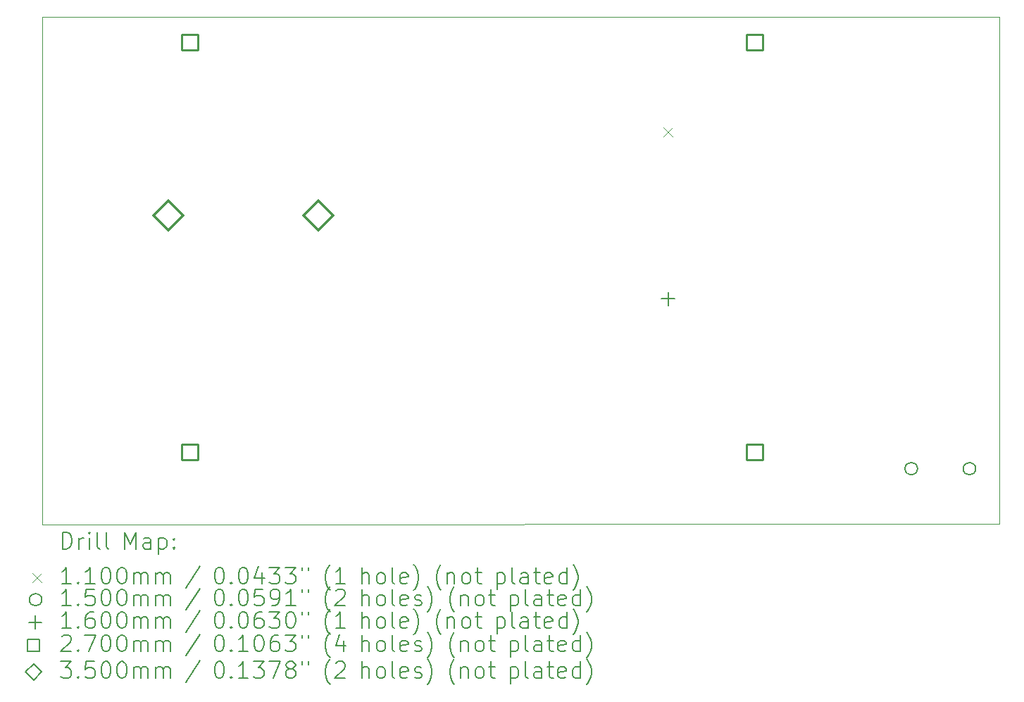
<source format=gbr>
%FSLAX45Y45*%
G04 Gerber Fmt 4.5, Leading zero omitted, Abs format (unit mm)*
G04 Created by KiCad (PCBNEW (6.99.0-1603-g82820d4b1c)) date 2022-06-17 10:58:50*
%MOMM*%
%LPD*%
G01*
G04 APERTURE LIST*
%TA.AperFunction,Profile*%
%ADD10C,0.050000*%
%TD*%
%ADD11C,0.200000*%
%ADD12C,0.110000*%
%ADD13C,0.150000*%
%ADD14C,0.160000*%
%ADD15C,0.270000*%
%ADD16C,0.350000*%
G04 APERTURE END LIST*
D10*
X21190000Y-13995000D02*
X21186420Y-7898400D01*
X21186420Y-7898400D02*
X9682500Y-7898400D01*
X9682020Y-13998600D02*
X9682500Y-7898400D01*
X9682020Y-13998600D02*
X21190000Y-13995000D01*
D11*
D12*
X17154500Y-9231000D02*
X17264500Y-9341000D01*
X17264500Y-9231000D02*
X17154500Y-9341000D01*
D13*
X20206500Y-13330000D02*
G75*
G03*
X20206500Y-13330000I-75000J0D01*
G01*
X20906500Y-13330000D02*
G75*
G03*
X20906500Y-13330000I-75000J0D01*
G01*
D14*
X17209500Y-11206000D02*
X17209500Y-11366000D01*
X17129500Y-11286000D02*
X17289500Y-11286000D01*
D15*
X11552660Y-8298660D02*
X11552660Y-8107740D01*
X11361740Y-8107740D01*
X11361740Y-8298660D01*
X11552660Y-8298660D01*
X11552660Y-13226260D02*
X11552660Y-13035340D01*
X11361740Y-13035340D01*
X11361740Y-13226260D01*
X11552660Y-13226260D01*
X18343860Y-8298660D02*
X18343860Y-8107740D01*
X18152940Y-8107740D01*
X18152940Y-8298660D01*
X18343860Y-8298660D01*
X18343860Y-13226260D02*
X18343860Y-13035340D01*
X18152940Y-13035340D01*
X18152940Y-13226260D01*
X18343860Y-13226260D01*
D16*
X11199900Y-10461000D02*
X11374900Y-10286000D01*
X11199900Y-10111000D01*
X11024900Y-10286000D01*
X11199900Y-10461000D01*
X13003300Y-10461000D02*
X13178300Y-10286000D01*
X13003300Y-10111000D01*
X12828300Y-10286000D01*
X13003300Y-10461000D01*
D11*
X9927139Y-14294576D02*
X9927139Y-14094576D01*
X9927139Y-14094576D02*
X9974758Y-14094576D01*
X9974758Y-14094576D02*
X10003330Y-14104100D01*
X10003330Y-14104100D02*
X10022377Y-14123148D01*
X10022377Y-14123148D02*
X10031901Y-14142195D01*
X10031901Y-14142195D02*
X10041425Y-14180290D01*
X10041425Y-14180290D02*
X10041425Y-14208862D01*
X10041425Y-14208862D02*
X10031901Y-14246957D01*
X10031901Y-14246957D02*
X10022377Y-14266005D01*
X10022377Y-14266005D02*
X10003330Y-14285052D01*
X10003330Y-14285052D02*
X9974758Y-14294576D01*
X9974758Y-14294576D02*
X9927139Y-14294576D01*
X10127139Y-14294576D02*
X10127139Y-14161243D01*
X10127139Y-14199338D02*
X10136663Y-14180290D01*
X10136663Y-14180290D02*
X10146187Y-14170767D01*
X10146187Y-14170767D02*
X10165234Y-14161243D01*
X10165234Y-14161243D02*
X10184282Y-14161243D01*
X10250949Y-14294576D02*
X10250949Y-14161243D01*
X10250949Y-14094576D02*
X10241425Y-14104100D01*
X10241425Y-14104100D02*
X10250949Y-14113624D01*
X10250949Y-14113624D02*
X10260472Y-14104100D01*
X10260472Y-14104100D02*
X10250949Y-14094576D01*
X10250949Y-14094576D02*
X10250949Y-14113624D01*
X10374758Y-14294576D02*
X10355710Y-14285052D01*
X10355710Y-14285052D02*
X10346187Y-14266005D01*
X10346187Y-14266005D02*
X10346187Y-14094576D01*
X10479520Y-14294576D02*
X10460472Y-14285052D01*
X10460472Y-14285052D02*
X10450949Y-14266005D01*
X10450949Y-14266005D02*
X10450949Y-14094576D01*
X10675710Y-14294576D02*
X10675710Y-14094576D01*
X10675710Y-14094576D02*
X10742377Y-14237433D01*
X10742377Y-14237433D02*
X10809044Y-14094576D01*
X10809044Y-14094576D02*
X10809044Y-14294576D01*
X10989996Y-14294576D02*
X10989996Y-14189814D01*
X10989996Y-14189814D02*
X10980472Y-14170767D01*
X10980472Y-14170767D02*
X10961425Y-14161243D01*
X10961425Y-14161243D02*
X10923329Y-14161243D01*
X10923329Y-14161243D02*
X10904282Y-14170767D01*
X10989996Y-14285052D02*
X10970949Y-14294576D01*
X10970949Y-14294576D02*
X10923329Y-14294576D01*
X10923329Y-14294576D02*
X10904282Y-14285052D01*
X10904282Y-14285052D02*
X10894758Y-14266005D01*
X10894758Y-14266005D02*
X10894758Y-14246957D01*
X10894758Y-14246957D02*
X10904282Y-14227909D01*
X10904282Y-14227909D02*
X10923329Y-14218386D01*
X10923329Y-14218386D02*
X10970949Y-14218386D01*
X10970949Y-14218386D02*
X10989996Y-14208862D01*
X11085234Y-14161243D02*
X11085234Y-14361243D01*
X11085234Y-14170767D02*
X11104282Y-14161243D01*
X11104282Y-14161243D02*
X11142377Y-14161243D01*
X11142377Y-14161243D02*
X11161425Y-14170767D01*
X11161425Y-14170767D02*
X11170949Y-14180290D01*
X11170949Y-14180290D02*
X11180472Y-14199338D01*
X11180472Y-14199338D02*
X11180472Y-14256481D01*
X11180472Y-14256481D02*
X11170949Y-14275528D01*
X11170949Y-14275528D02*
X11161425Y-14285052D01*
X11161425Y-14285052D02*
X11142377Y-14294576D01*
X11142377Y-14294576D02*
X11104282Y-14294576D01*
X11104282Y-14294576D02*
X11085234Y-14285052D01*
X11266187Y-14275528D02*
X11275710Y-14285052D01*
X11275710Y-14285052D02*
X11266187Y-14294576D01*
X11266187Y-14294576D02*
X11256663Y-14285052D01*
X11256663Y-14285052D02*
X11266187Y-14275528D01*
X11266187Y-14275528D02*
X11266187Y-14294576D01*
X11266187Y-14170767D02*
X11275710Y-14180290D01*
X11275710Y-14180290D02*
X11266187Y-14189814D01*
X11266187Y-14189814D02*
X11256663Y-14180290D01*
X11256663Y-14180290D02*
X11266187Y-14170767D01*
X11266187Y-14170767D02*
X11266187Y-14189814D01*
D12*
X9569520Y-14586100D02*
X9679520Y-14696100D01*
X9679520Y-14586100D02*
X9569520Y-14696100D01*
D11*
X10031901Y-14714576D02*
X9917615Y-14714576D01*
X9974758Y-14714576D02*
X9974758Y-14514576D01*
X9974758Y-14514576D02*
X9955710Y-14543148D01*
X9955710Y-14543148D02*
X9936663Y-14562195D01*
X9936663Y-14562195D02*
X9917615Y-14571719D01*
X10117615Y-14695528D02*
X10127139Y-14705052D01*
X10127139Y-14705052D02*
X10117615Y-14714576D01*
X10117615Y-14714576D02*
X10108091Y-14705052D01*
X10108091Y-14705052D02*
X10117615Y-14695528D01*
X10117615Y-14695528D02*
X10117615Y-14714576D01*
X10317615Y-14714576D02*
X10203330Y-14714576D01*
X10260472Y-14714576D02*
X10260472Y-14514576D01*
X10260472Y-14514576D02*
X10241425Y-14543148D01*
X10241425Y-14543148D02*
X10222377Y-14562195D01*
X10222377Y-14562195D02*
X10203330Y-14571719D01*
X10441425Y-14514576D02*
X10460472Y-14514576D01*
X10460472Y-14514576D02*
X10479520Y-14524100D01*
X10479520Y-14524100D02*
X10489044Y-14533624D01*
X10489044Y-14533624D02*
X10498568Y-14552671D01*
X10498568Y-14552671D02*
X10508091Y-14590767D01*
X10508091Y-14590767D02*
X10508091Y-14638386D01*
X10508091Y-14638386D02*
X10498568Y-14676481D01*
X10498568Y-14676481D02*
X10489044Y-14695528D01*
X10489044Y-14695528D02*
X10479520Y-14705052D01*
X10479520Y-14705052D02*
X10460472Y-14714576D01*
X10460472Y-14714576D02*
X10441425Y-14714576D01*
X10441425Y-14714576D02*
X10422377Y-14705052D01*
X10422377Y-14705052D02*
X10412853Y-14695528D01*
X10412853Y-14695528D02*
X10403330Y-14676481D01*
X10403330Y-14676481D02*
X10393806Y-14638386D01*
X10393806Y-14638386D02*
X10393806Y-14590767D01*
X10393806Y-14590767D02*
X10403330Y-14552671D01*
X10403330Y-14552671D02*
X10412853Y-14533624D01*
X10412853Y-14533624D02*
X10422377Y-14524100D01*
X10422377Y-14524100D02*
X10441425Y-14514576D01*
X10631901Y-14514576D02*
X10650949Y-14514576D01*
X10650949Y-14514576D02*
X10669996Y-14524100D01*
X10669996Y-14524100D02*
X10679520Y-14533624D01*
X10679520Y-14533624D02*
X10689044Y-14552671D01*
X10689044Y-14552671D02*
X10698568Y-14590767D01*
X10698568Y-14590767D02*
X10698568Y-14638386D01*
X10698568Y-14638386D02*
X10689044Y-14676481D01*
X10689044Y-14676481D02*
X10679520Y-14695528D01*
X10679520Y-14695528D02*
X10669996Y-14705052D01*
X10669996Y-14705052D02*
X10650949Y-14714576D01*
X10650949Y-14714576D02*
X10631901Y-14714576D01*
X10631901Y-14714576D02*
X10612853Y-14705052D01*
X10612853Y-14705052D02*
X10603330Y-14695528D01*
X10603330Y-14695528D02*
X10593806Y-14676481D01*
X10593806Y-14676481D02*
X10584282Y-14638386D01*
X10584282Y-14638386D02*
X10584282Y-14590767D01*
X10584282Y-14590767D02*
X10593806Y-14552671D01*
X10593806Y-14552671D02*
X10603330Y-14533624D01*
X10603330Y-14533624D02*
X10612853Y-14524100D01*
X10612853Y-14524100D02*
X10631901Y-14514576D01*
X10784282Y-14714576D02*
X10784282Y-14581243D01*
X10784282Y-14600290D02*
X10793806Y-14590767D01*
X10793806Y-14590767D02*
X10812853Y-14581243D01*
X10812853Y-14581243D02*
X10841425Y-14581243D01*
X10841425Y-14581243D02*
X10860472Y-14590767D01*
X10860472Y-14590767D02*
X10869996Y-14609814D01*
X10869996Y-14609814D02*
X10869996Y-14714576D01*
X10869996Y-14609814D02*
X10879520Y-14590767D01*
X10879520Y-14590767D02*
X10898568Y-14581243D01*
X10898568Y-14581243D02*
X10927139Y-14581243D01*
X10927139Y-14581243D02*
X10946187Y-14590767D01*
X10946187Y-14590767D02*
X10955711Y-14609814D01*
X10955711Y-14609814D02*
X10955711Y-14714576D01*
X11050949Y-14714576D02*
X11050949Y-14581243D01*
X11050949Y-14600290D02*
X11060472Y-14590767D01*
X11060472Y-14590767D02*
X11079520Y-14581243D01*
X11079520Y-14581243D02*
X11108092Y-14581243D01*
X11108092Y-14581243D02*
X11127139Y-14590767D01*
X11127139Y-14590767D02*
X11136663Y-14609814D01*
X11136663Y-14609814D02*
X11136663Y-14714576D01*
X11136663Y-14609814D02*
X11146187Y-14590767D01*
X11146187Y-14590767D02*
X11165234Y-14581243D01*
X11165234Y-14581243D02*
X11193806Y-14581243D01*
X11193806Y-14581243D02*
X11212853Y-14590767D01*
X11212853Y-14590767D02*
X11222377Y-14609814D01*
X11222377Y-14609814D02*
X11222377Y-14714576D01*
X11580472Y-14505052D02*
X11409044Y-14762195D01*
X11805234Y-14514576D02*
X11824282Y-14514576D01*
X11824282Y-14514576D02*
X11843330Y-14524100D01*
X11843330Y-14524100D02*
X11852853Y-14533624D01*
X11852853Y-14533624D02*
X11862377Y-14552671D01*
X11862377Y-14552671D02*
X11871901Y-14590767D01*
X11871901Y-14590767D02*
X11871901Y-14638386D01*
X11871901Y-14638386D02*
X11862377Y-14676481D01*
X11862377Y-14676481D02*
X11852853Y-14695528D01*
X11852853Y-14695528D02*
X11843330Y-14705052D01*
X11843330Y-14705052D02*
X11824282Y-14714576D01*
X11824282Y-14714576D02*
X11805234Y-14714576D01*
X11805234Y-14714576D02*
X11786187Y-14705052D01*
X11786187Y-14705052D02*
X11776663Y-14695528D01*
X11776663Y-14695528D02*
X11767139Y-14676481D01*
X11767139Y-14676481D02*
X11757615Y-14638386D01*
X11757615Y-14638386D02*
X11757615Y-14590767D01*
X11757615Y-14590767D02*
X11767139Y-14552671D01*
X11767139Y-14552671D02*
X11776663Y-14533624D01*
X11776663Y-14533624D02*
X11786187Y-14524100D01*
X11786187Y-14524100D02*
X11805234Y-14514576D01*
X11957615Y-14695528D02*
X11967139Y-14705052D01*
X11967139Y-14705052D02*
X11957615Y-14714576D01*
X11957615Y-14714576D02*
X11948091Y-14705052D01*
X11948091Y-14705052D02*
X11957615Y-14695528D01*
X11957615Y-14695528D02*
X11957615Y-14714576D01*
X12090949Y-14514576D02*
X12109996Y-14514576D01*
X12109996Y-14514576D02*
X12129044Y-14524100D01*
X12129044Y-14524100D02*
X12138568Y-14533624D01*
X12138568Y-14533624D02*
X12148091Y-14552671D01*
X12148091Y-14552671D02*
X12157615Y-14590767D01*
X12157615Y-14590767D02*
X12157615Y-14638386D01*
X12157615Y-14638386D02*
X12148091Y-14676481D01*
X12148091Y-14676481D02*
X12138568Y-14695528D01*
X12138568Y-14695528D02*
X12129044Y-14705052D01*
X12129044Y-14705052D02*
X12109996Y-14714576D01*
X12109996Y-14714576D02*
X12090949Y-14714576D01*
X12090949Y-14714576D02*
X12071901Y-14705052D01*
X12071901Y-14705052D02*
X12062377Y-14695528D01*
X12062377Y-14695528D02*
X12052853Y-14676481D01*
X12052853Y-14676481D02*
X12043330Y-14638386D01*
X12043330Y-14638386D02*
X12043330Y-14590767D01*
X12043330Y-14590767D02*
X12052853Y-14552671D01*
X12052853Y-14552671D02*
X12062377Y-14533624D01*
X12062377Y-14533624D02*
X12071901Y-14524100D01*
X12071901Y-14524100D02*
X12090949Y-14514576D01*
X12329044Y-14581243D02*
X12329044Y-14714576D01*
X12281425Y-14505052D02*
X12233806Y-14647909D01*
X12233806Y-14647909D02*
X12357615Y-14647909D01*
X12414758Y-14514576D02*
X12538568Y-14514576D01*
X12538568Y-14514576D02*
X12471901Y-14590767D01*
X12471901Y-14590767D02*
X12500472Y-14590767D01*
X12500472Y-14590767D02*
X12519520Y-14600290D01*
X12519520Y-14600290D02*
X12529044Y-14609814D01*
X12529044Y-14609814D02*
X12538568Y-14628862D01*
X12538568Y-14628862D02*
X12538568Y-14676481D01*
X12538568Y-14676481D02*
X12529044Y-14695528D01*
X12529044Y-14695528D02*
X12519520Y-14705052D01*
X12519520Y-14705052D02*
X12500472Y-14714576D01*
X12500472Y-14714576D02*
X12443330Y-14714576D01*
X12443330Y-14714576D02*
X12424282Y-14705052D01*
X12424282Y-14705052D02*
X12414758Y-14695528D01*
X12605234Y-14514576D02*
X12729044Y-14514576D01*
X12729044Y-14514576D02*
X12662377Y-14590767D01*
X12662377Y-14590767D02*
X12690949Y-14590767D01*
X12690949Y-14590767D02*
X12709996Y-14600290D01*
X12709996Y-14600290D02*
X12719520Y-14609814D01*
X12719520Y-14609814D02*
X12729044Y-14628862D01*
X12729044Y-14628862D02*
X12729044Y-14676481D01*
X12729044Y-14676481D02*
X12719520Y-14695528D01*
X12719520Y-14695528D02*
X12709996Y-14705052D01*
X12709996Y-14705052D02*
X12690949Y-14714576D01*
X12690949Y-14714576D02*
X12633806Y-14714576D01*
X12633806Y-14714576D02*
X12614758Y-14705052D01*
X12614758Y-14705052D02*
X12605234Y-14695528D01*
X12805234Y-14514576D02*
X12805234Y-14552671D01*
X12881425Y-14514576D02*
X12881425Y-14552671D01*
X13144282Y-14790767D02*
X13134758Y-14781243D01*
X13134758Y-14781243D02*
X13115711Y-14752671D01*
X13115711Y-14752671D02*
X13106187Y-14733624D01*
X13106187Y-14733624D02*
X13096663Y-14705052D01*
X13096663Y-14705052D02*
X13087139Y-14657433D01*
X13087139Y-14657433D02*
X13087139Y-14619338D01*
X13087139Y-14619338D02*
X13096663Y-14571719D01*
X13096663Y-14571719D02*
X13106187Y-14543148D01*
X13106187Y-14543148D02*
X13115711Y-14524100D01*
X13115711Y-14524100D02*
X13134758Y-14495528D01*
X13134758Y-14495528D02*
X13144282Y-14486005D01*
X13325234Y-14714576D02*
X13210949Y-14714576D01*
X13268091Y-14714576D02*
X13268091Y-14514576D01*
X13268091Y-14514576D02*
X13249044Y-14543148D01*
X13249044Y-14543148D02*
X13229996Y-14562195D01*
X13229996Y-14562195D02*
X13210949Y-14571719D01*
X13530949Y-14714576D02*
X13530949Y-14514576D01*
X13616663Y-14714576D02*
X13616663Y-14609814D01*
X13616663Y-14609814D02*
X13607139Y-14590767D01*
X13607139Y-14590767D02*
X13588092Y-14581243D01*
X13588092Y-14581243D02*
X13559520Y-14581243D01*
X13559520Y-14581243D02*
X13540472Y-14590767D01*
X13540472Y-14590767D02*
X13530949Y-14600290D01*
X13740472Y-14714576D02*
X13721425Y-14705052D01*
X13721425Y-14705052D02*
X13711901Y-14695528D01*
X13711901Y-14695528D02*
X13702377Y-14676481D01*
X13702377Y-14676481D02*
X13702377Y-14619338D01*
X13702377Y-14619338D02*
X13711901Y-14600290D01*
X13711901Y-14600290D02*
X13721425Y-14590767D01*
X13721425Y-14590767D02*
X13740472Y-14581243D01*
X13740472Y-14581243D02*
X13769044Y-14581243D01*
X13769044Y-14581243D02*
X13788092Y-14590767D01*
X13788092Y-14590767D02*
X13797615Y-14600290D01*
X13797615Y-14600290D02*
X13807139Y-14619338D01*
X13807139Y-14619338D02*
X13807139Y-14676481D01*
X13807139Y-14676481D02*
X13797615Y-14695528D01*
X13797615Y-14695528D02*
X13788092Y-14705052D01*
X13788092Y-14705052D02*
X13769044Y-14714576D01*
X13769044Y-14714576D02*
X13740472Y-14714576D01*
X13921425Y-14714576D02*
X13902377Y-14705052D01*
X13902377Y-14705052D02*
X13892853Y-14686005D01*
X13892853Y-14686005D02*
X13892853Y-14514576D01*
X14073806Y-14705052D02*
X14054758Y-14714576D01*
X14054758Y-14714576D02*
X14016663Y-14714576D01*
X14016663Y-14714576D02*
X13997615Y-14705052D01*
X13997615Y-14705052D02*
X13988092Y-14686005D01*
X13988092Y-14686005D02*
X13988092Y-14609814D01*
X13988092Y-14609814D02*
X13997615Y-14590767D01*
X13997615Y-14590767D02*
X14016663Y-14581243D01*
X14016663Y-14581243D02*
X14054758Y-14581243D01*
X14054758Y-14581243D02*
X14073806Y-14590767D01*
X14073806Y-14590767D02*
X14083330Y-14609814D01*
X14083330Y-14609814D02*
X14083330Y-14628862D01*
X14083330Y-14628862D02*
X13988092Y-14647909D01*
X14149996Y-14790767D02*
X14159520Y-14781243D01*
X14159520Y-14781243D02*
X14178568Y-14752671D01*
X14178568Y-14752671D02*
X14188092Y-14733624D01*
X14188092Y-14733624D02*
X14197615Y-14705052D01*
X14197615Y-14705052D02*
X14207139Y-14657433D01*
X14207139Y-14657433D02*
X14207139Y-14619338D01*
X14207139Y-14619338D02*
X14197615Y-14571719D01*
X14197615Y-14571719D02*
X14188092Y-14543148D01*
X14188092Y-14543148D02*
X14178568Y-14524100D01*
X14178568Y-14524100D02*
X14159520Y-14495528D01*
X14159520Y-14495528D02*
X14149996Y-14486005D01*
X14479520Y-14790767D02*
X14469996Y-14781243D01*
X14469996Y-14781243D02*
X14450949Y-14752671D01*
X14450949Y-14752671D02*
X14441425Y-14733624D01*
X14441425Y-14733624D02*
X14431901Y-14705052D01*
X14431901Y-14705052D02*
X14422377Y-14657433D01*
X14422377Y-14657433D02*
X14422377Y-14619338D01*
X14422377Y-14619338D02*
X14431901Y-14571719D01*
X14431901Y-14571719D02*
X14441425Y-14543148D01*
X14441425Y-14543148D02*
X14450949Y-14524100D01*
X14450949Y-14524100D02*
X14469996Y-14495528D01*
X14469996Y-14495528D02*
X14479520Y-14486005D01*
X14555711Y-14581243D02*
X14555711Y-14714576D01*
X14555711Y-14600290D02*
X14565234Y-14590767D01*
X14565234Y-14590767D02*
X14584282Y-14581243D01*
X14584282Y-14581243D02*
X14612853Y-14581243D01*
X14612853Y-14581243D02*
X14631901Y-14590767D01*
X14631901Y-14590767D02*
X14641425Y-14609814D01*
X14641425Y-14609814D02*
X14641425Y-14714576D01*
X14765234Y-14714576D02*
X14746187Y-14705052D01*
X14746187Y-14705052D02*
X14736663Y-14695528D01*
X14736663Y-14695528D02*
X14727139Y-14676481D01*
X14727139Y-14676481D02*
X14727139Y-14619338D01*
X14727139Y-14619338D02*
X14736663Y-14600290D01*
X14736663Y-14600290D02*
X14746187Y-14590767D01*
X14746187Y-14590767D02*
X14765234Y-14581243D01*
X14765234Y-14581243D02*
X14793806Y-14581243D01*
X14793806Y-14581243D02*
X14812853Y-14590767D01*
X14812853Y-14590767D02*
X14822377Y-14600290D01*
X14822377Y-14600290D02*
X14831901Y-14619338D01*
X14831901Y-14619338D02*
X14831901Y-14676481D01*
X14831901Y-14676481D02*
X14822377Y-14695528D01*
X14822377Y-14695528D02*
X14812853Y-14705052D01*
X14812853Y-14705052D02*
X14793806Y-14714576D01*
X14793806Y-14714576D02*
X14765234Y-14714576D01*
X14889044Y-14581243D02*
X14965234Y-14581243D01*
X14917615Y-14514576D02*
X14917615Y-14686005D01*
X14917615Y-14686005D02*
X14927139Y-14705052D01*
X14927139Y-14705052D02*
X14946187Y-14714576D01*
X14946187Y-14714576D02*
X14965234Y-14714576D01*
X15151901Y-14581243D02*
X15151901Y-14781243D01*
X15151901Y-14590767D02*
X15170949Y-14581243D01*
X15170949Y-14581243D02*
X15209044Y-14581243D01*
X15209044Y-14581243D02*
X15228092Y-14590767D01*
X15228092Y-14590767D02*
X15237615Y-14600290D01*
X15237615Y-14600290D02*
X15247139Y-14619338D01*
X15247139Y-14619338D02*
X15247139Y-14676481D01*
X15247139Y-14676481D02*
X15237615Y-14695528D01*
X15237615Y-14695528D02*
X15228092Y-14705052D01*
X15228092Y-14705052D02*
X15209044Y-14714576D01*
X15209044Y-14714576D02*
X15170949Y-14714576D01*
X15170949Y-14714576D02*
X15151901Y-14705052D01*
X15361425Y-14714576D02*
X15342377Y-14705052D01*
X15342377Y-14705052D02*
X15332853Y-14686005D01*
X15332853Y-14686005D02*
X15332853Y-14514576D01*
X15523330Y-14714576D02*
X15523330Y-14609814D01*
X15523330Y-14609814D02*
X15513806Y-14590767D01*
X15513806Y-14590767D02*
X15494758Y-14581243D01*
X15494758Y-14581243D02*
X15456663Y-14581243D01*
X15456663Y-14581243D02*
X15437615Y-14590767D01*
X15523330Y-14705052D02*
X15504282Y-14714576D01*
X15504282Y-14714576D02*
X15456663Y-14714576D01*
X15456663Y-14714576D02*
X15437615Y-14705052D01*
X15437615Y-14705052D02*
X15428092Y-14686005D01*
X15428092Y-14686005D02*
X15428092Y-14666957D01*
X15428092Y-14666957D02*
X15437615Y-14647909D01*
X15437615Y-14647909D02*
X15456663Y-14638386D01*
X15456663Y-14638386D02*
X15504282Y-14638386D01*
X15504282Y-14638386D02*
X15523330Y-14628862D01*
X15589996Y-14581243D02*
X15666187Y-14581243D01*
X15618568Y-14514576D02*
X15618568Y-14686005D01*
X15618568Y-14686005D02*
X15628092Y-14705052D01*
X15628092Y-14705052D02*
X15647139Y-14714576D01*
X15647139Y-14714576D02*
X15666187Y-14714576D01*
X15809044Y-14705052D02*
X15789996Y-14714576D01*
X15789996Y-14714576D02*
X15751901Y-14714576D01*
X15751901Y-14714576D02*
X15732853Y-14705052D01*
X15732853Y-14705052D02*
X15723330Y-14686005D01*
X15723330Y-14686005D02*
X15723330Y-14609814D01*
X15723330Y-14609814D02*
X15732853Y-14590767D01*
X15732853Y-14590767D02*
X15751901Y-14581243D01*
X15751901Y-14581243D02*
X15789996Y-14581243D01*
X15789996Y-14581243D02*
X15809044Y-14590767D01*
X15809044Y-14590767D02*
X15818568Y-14609814D01*
X15818568Y-14609814D02*
X15818568Y-14628862D01*
X15818568Y-14628862D02*
X15723330Y-14647909D01*
X15989996Y-14714576D02*
X15989996Y-14514576D01*
X15989996Y-14705052D02*
X15970949Y-14714576D01*
X15970949Y-14714576D02*
X15932853Y-14714576D01*
X15932853Y-14714576D02*
X15913806Y-14705052D01*
X15913806Y-14705052D02*
X15904282Y-14695528D01*
X15904282Y-14695528D02*
X15894758Y-14676481D01*
X15894758Y-14676481D02*
X15894758Y-14619338D01*
X15894758Y-14619338D02*
X15904282Y-14600290D01*
X15904282Y-14600290D02*
X15913806Y-14590767D01*
X15913806Y-14590767D02*
X15932853Y-14581243D01*
X15932853Y-14581243D02*
X15970949Y-14581243D01*
X15970949Y-14581243D02*
X15989996Y-14590767D01*
X16066187Y-14790767D02*
X16075711Y-14781243D01*
X16075711Y-14781243D02*
X16094758Y-14752671D01*
X16094758Y-14752671D02*
X16104282Y-14733624D01*
X16104282Y-14733624D02*
X16113806Y-14705052D01*
X16113806Y-14705052D02*
X16123330Y-14657433D01*
X16123330Y-14657433D02*
X16123330Y-14619338D01*
X16123330Y-14619338D02*
X16113806Y-14571719D01*
X16113806Y-14571719D02*
X16104282Y-14543148D01*
X16104282Y-14543148D02*
X16094758Y-14524100D01*
X16094758Y-14524100D02*
X16075711Y-14495528D01*
X16075711Y-14495528D02*
X16066187Y-14486005D01*
D13*
X9679520Y-14905100D02*
G75*
G03*
X9679520Y-14905100I-75000J0D01*
G01*
D11*
X10031901Y-14978576D02*
X9917615Y-14978576D01*
X9974758Y-14978576D02*
X9974758Y-14778576D01*
X9974758Y-14778576D02*
X9955710Y-14807148D01*
X9955710Y-14807148D02*
X9936663Y-14826195D01*
X9936663Y-14826195D02*
X9917615Y-14835719D01*
X10117615Y-14959528D02*
X10127139Y-14969052D01*
X10127139Y-14969052D02*
X10117615Y-14978576D01*
X10117615Y-14978576D02*
X10108091Y-14969052D01*
X10108091Y-14969052D02*
X10117615Y-14959528D01*
X10117615Y-14959528D02*
X10117615Y-14978576D01*
X10308091Y-14778576D02*
X10212853Y-14778576D01*
X10212853Y-14778576D02*
X10203330Y-14873814D01*
X10203330Y-14873814D02*
X10212853Y-14864290D01*
X10212853Y-14864290D02*
X10231901Y-14854767D01*
X10231901Y-14854767D02*
X10279520Y-14854767D01*
X10279520Y-14854767D02*
X10298568Y-14864290D01*
X10298568Y-14864290D02*
X10308091Y-14873814D01*
X10308091Y-14873814D02*
X10317615Y-14892862D01*
X10317615Y-14892862D02*
X10317615Y-14940481D01*
X10317615Y-14940481D02*
X10308091Y-14959528D01*
X10308091Y-14959528D02*
X10298568Y-14969052D01*
X10298568Y-14969052D02*
X10279520Y-14978576D01*
X10279520Y-14978576D02*
X10231901Y-14978576D01*
X10231901Y-14978576D02*
X10212853Y-14969052D01*
X10212853Y-14969052D02*
X10203330Y-14959528D01*
X10441425Y-14778576D02*
X10460472Y-14778576D01*
X10460472Y-14778576D02*
X10479520Y-14788100D01*
X10479520Y-14788100D02*
X10489044Y-14797624D01*
X10489044Y-14797624D02*
X10498568Y-14816671D01*
X10498568Y-14816671D02*
X10508091Y-14854767D01*
X10508091Y-14854767D02*
X10508091Y-14902386D01*
X10508091Y-14902386D02*
X10498568Y-14940481D01*
X10498568Y-14940481D02*
X10489044Y-14959528D01*
X10489044Y-14959528D02*
X10479520Y-14969052D01*
X10479520Y-14969052D02*
X10460472Y-14978576D01*
X10460472Y-14978576D02*
X10441425Y-14978576D01*
X10441425Y-14978576D02*
X10422377Y-14969052D01*
X10422377Y-14969052D02*
X10412853Y-14959528D01*
X10412853Y-14959528D02*
X10403330Y-14940481D01*
X10403330Y-14940481D02*
X10393806Y-14902386D01*
X10393806Y-14902386D02*
X10393806Y-14854767D01*
X10393806Y-14854767D02*
X10403330Y-14816671D01*
X10403330Y-14816671D02*
X10412853Y-14797624D01*
X10412853Y-14797624D02*
X10422377Y-14788100D01*
X10422377Y-14788100D02*
X10441425Y-14778576D01*
X10631901Y-14778576D02*
X10650949Y-14778576D01*
X10650949Y-14778576D02*
X10669996Y-14788100D01*
X10669996Y-14788100D02*
X10679520Y-14797624D01*
X10679520Y-14797624D02*
X10689044Y-14816671D01*
X10689044Y-14816671D02*
X10698568Y-14854767D01*
X10698568Y-14854767D02*
X10698568Y-14902386D01*
X10698568Y-14902386D02*
X10689044Y-14940481D01*
X10689044Y-14940481D02*
X10679520Y-14959528D01*
X10679520Y-14959528D02*
X10669996Y-14969052D01*
X10669996Y-14969052D02*
X10650949Y-14978576D01*
X10650949Y-14978576D02*
X10631901Y-14978576D01*
X10631901Y-14978576D02*
X10612853Y-14969052D01*
X10612853Y-14969052D02*
X10603330Y-14959528D01*
X10603330Y-14959528D02*
X10593806Y-14940481D01*
X10593806Y-14940481D02*
X10584282Y-14902386D01*
X10584282Y-14902386D02*
X10584282Y-14854767D01*
X10584282Y-14854767D02*
X10593806Y-14816671D01*
X10593806Y-14816671D02*
X10603330Y-14797624D01*
X10603330Y-14797624D02*
X10612853Y-14788100D01*
X10612853Y-14788100D02*
X10631901Y-14778576D01*
X10784282Y-14978576D02*
X10784282Y-14845243D01*
X10784282Y-14864290D02*
X10793806Y-14854767D01*
X10793806Y-14854767D02*
X10812853Y-14845243D01*
X10812853Y-14845243D02*
X10841425Y-14845243D01*
X10841425Y-14845243D02*
X10860472Y-14854767D01*
X10860472Y-14854767D02*
X10869996Y-14873814D01*
X10869996Y-14873814D02*
X10869996Y-14978576D01*
X10869996Y-14873814D02*
X10879520Y-14854767D01*
X10879520Y-14854767D02*
X10898568Y-14845243D01*
X10898568Y-14845243D02*
X10927139Y-14845243D01*
X10927139Y-14845243D02*
X10946187Y-14854767D01*
X10946187Y-14854767D02*
X10955711Y-14873814D01*
X10955711Y-14873814D02*
X10955711Y-14978576D01*
X11050949Y-14978576D02*
X11050949Y-14845243D01*
X11050949Y-14864290D02*
X11060472Y-14854767D01*
X11060472Y-14854767D02*
X11079520Y-14845243D01*
X11079520Y-14845243D02*
X11108092Y-14845243D01*
X11108092Y-14845243D02*
X11127139Y-14854767D01*
X11127139Y-14854767D02*
X11136663Y-14873814D01*
X11136663Y-14873814D02*
X11136663Y-14978576D01*
X11136663Y-14873814D02*
X11146187Y-14854767D01*
X11146187Y-14854767D02*
X11165234Y-14845243D01*
X11165234Y-14845243D02*
X11193806Y-14845243D01*
X11193806Y-14845243D02*
X11212853Y-14854767D01*
X11212853Y-14854767D02*
X11222377Y-14873814D01*
X11222377Y-14873814D02*
X11222377Y-14978576D01*
X11580472Y-14769052D02*
X11409044Y-15026195D01*
X11805234Y-14778576D02*
X11824282Y-14778576D01*
X11824282Y-14778576D02*
X11843330Y-14788100D01*
X11843330Y-14788100D02*
X11852853Y-14797624D01*
X11852853Y-14797624D02*
X11862377Y-14816671D01*
X11862377Y-14816671D02*
X11871901Y-14854767D01*
X11871901Y-14854767D02*
X11871901Y-14902386D01*
X11871901Y-14902386D02*
X11862377Y-14940481D01*
X11862377Y-14940481D02*
X11852853Y-14959528D01*
X11852853Y-14959528D02*
X11843330Y-14969052D01*
X11843330Y-14969052D02*
X11824282Y-14978576D01*
X11824282Y-14978576D02*
X11805234Y-14978576D01*
X11805234Y-14978576D02*
X11786187Y-14969052D01*
X11786187Y-14969052D02*
X11776663Y-14959528D01*
X11776663Y-14959528D02*
X11767139Y-14940481D01*
X11767139Y-14940481D02*
X11757615Y-14902386D01*
X11757615Y-14902386D02*
X11757615Y-14854767D01*
X11757615Y-14854767D02*
X11767139Y-14816671D01*
X11767139Y-14816671D02*
X11776663Y-14797624D01*
X11776663Y-14797624D02*
X11786187Y-14788100D01*
X11786187Y-14788100D02*
X11805234Y-14778576D01*
X11957615Y-14959528D02*
X11967139Y-14969052D01*
X11967139Y-14969052D02*
X11957615Y-14978576D01*
X11957615Y-14978576D02*
X11948091Y-14969052D01*
X11948091Y-14969052D02*
X11957615Y-14959528D01*
X11957615Y-14959528D02*
X11957615Y-14978576D01*
X12090949Y-14778576D02*
X12109996Y-14778576D01*
X12109996Y-14778576D02*
X12129044Y-14788100D01*
X12129044Y-14788100D02*
X12138568Y-14797624D01*
X12138568Y-14797624D02*
X12148091Y-14816671D01*
X12148091Y-14816671D02*
X12157615Y-14854767D01*
X12157615Y-14854767D02*
X12157615Y-14902386D01*
X12157615Y-14902386D02*
X12148091Y-14940481D01*
X12148091Y-14940481D02*
X12138568Y-14959528D01*
X12138568Y-14959528D02*
X12129044Y-14969052D01*
X12129044Y-14969052D02*
X12109996Y-14978576D01*
X12109996Y-14978576D02*
X12090949Y-14978576D01*
X12090949Y-14978576D02*
X12071901Y-14969052D01*
X12071901Y-14969052D02*
X12062377Y-14959528D01*
X12062377Y-14959528D02*
X12052853Y-14940481D01*
X12052853Y-14940481D02*
X12043330Y-14902386D01*
X12043330Y-14902386D02*
X12043330Y-14854767D01*
X12043330Y-14854767D02*
X12052853Y-14816671D01*
X12052853Y-14816671D02*
X12062377Y-14797624D01*
X12062377Y-14797624D02*
X12071901Y-14788100D01*
X12071901Y-14788100D02*
X12090949Y-14778576D01*
X12338568Y-14778576D02*
X12243330Y-14778576D01*
X12243330Y-14778576D02*
X12233806Y-14873814D01*
X12233806Y-14873814D02*
X12243330Y-14864290D01*
X12243330Y-14864290D02*
X12262377Y-14854767D01*
X12262377Y-14854767D02*
X12309996Y-14854767D01*
X12309996Y-14854767D02*
X12329044Y-14864290D01*
X12329044Y-14864290D02*
X12338568Y-14873814D01*
X12338568Y-14873814D02*
X12348091Y-14892862D01*
X12348091Y-14892862D02*
X12348091Y-14940481D01*
X12348091Y-14940481D02*
X12338568Y-14959528D01*
X12338568Y-14959528D02*
X12329044Y-14969052D01*
X12329044Y-14969052D02*
X12309996Y-14978576D01*
X12309996Y-14978576D02*
X12262377Y-14978576D01*
X12262377Y-14978576D02*
X12243330Y-14969052D01*
X12243330Y-14969052D02*
X12233806Y-14959528D01*
X12443330Y-14978576D02*
X12481425Y-14978576D01*
X12481425Y-14978576D02*
X12500472Y-14969052D01*
X12500472Y-14969052D02*
X12509996Y-14959528D01*
X12509996Y-14959528D02*
X12529044Y-14930957D01*
X12529044Y-14930957D02*
X12538568Y-14892862D01*
X12538568Y-14892862D02*
X12538568Y-14816671D01*
X12538568Y-14816671D02*
X12529044Y-14797624D01*
X12529044Y-14797624D02*
X12519520Y-14788100D01*
X12519520Y-14788100D02*
X12500472Y-14778576D01*
X12500472Y-14778576D02*
X12462377Y-14778576D01*
X12462377Y-14778576D02*
X12443330Y-14788100D01*
X12443330Y-14788100D02*
X12433806Y-14797624D01*
X12433806Y-14797624D02*
X12424282Y-14816671D01*
X12424282Y-14816671D02*
X12424282Y-14864290D01*
X12424282Y-14864290D02*
X12433806Y-14883338D01*
X12433806Y-14883338D02*
X12443330Y-14892862D01*
X12443330Y-14892862D02*
X12462377Y-14902386D01*
X12462377Y-14902386D02*
X12500472Y-14902386D01*
X12500472Y-14902386D02*
X12519520Y-14892862D01*
X12519520Y-14892862D02*
X12529044Y-14883338D01*
X12529044Y-14883338D02*
X12538568Y-14864290D01*
X12729044Y-14978576D02*
X12614758Y-14978576D01*
X12671901Y-14978576D02*
X12671901Y-14778576D01*
X12671901Y-14778576D02*
X12652853Y-14807148D01*
X12652853Y-14807148D02*
X12633806Y-14826195D01*
X12633806Y-14826195D02*
X12614758Y-14835719D01*
X12805234Y-14778576D02*
X12805234Y-14816671D01*
X12881425Y-14778576D02*
X12881425Y-14816671D01*
X13144282Y-15054767D02*
X13134758Y-15045243D01*
X13134758Y-15045243D02*
X13115711Y-15016671D01*
X13115711Y-15016671D02*
X13106187Y-14997624D01*
X13106187Y-14997624D02*
X13096663Y-14969052D01*
X13096663Y-14969052D02*
X13087139Y-14921433D01*
X13087139Y-14921433D02*
X13087139Y-14883338D01*
X13087139Y-14883338D02*
X13096663Y-14835719D01*
X13096663Y-14835719D02*
X13106187Y-14807148D01*
X13106187Y-14807148D02*
X13115711Y-14788100D01*
X13115711Y-14788100D02*
X13134758Y-14759528D01*
X13134758Y-14759528D02*
X13144282Y-14750005D01*
X13210949Y-14797624D02*
X13220472Y-14788100D01*
X13220472Y-14788100D02*
X13239520Y-14778576D01*
X13239520Y-14778576D02*
X13287139Y-14778576D01*
X13287139Y-14778576D02*
X13306187Y-14788100D01*
X13306187Y-14788100D02*
X13315711Y-14797624D01*
X13315711Y-14797624D02*
X13325234Y-14816671D01*
X13325234Y-14816671D02*
X13325234Y-14835719D01*
X13325234Y-14835719D02*
X13315711Y-14864290D01*
X13315711Y-14864290D02*
X13201425Y-14978576D01*
X13201425Y-14978576D02*
X13325234Y-14978576D01*
X13530949Y-14978576D02*
X13530949Y-14778576D01*
X13616663Y-14978576D02*
X13616663Y-14873814D01*
X13616663Y-14873814D02*
X13607139Y-14854767D01*
X13607139Y-14854767D02*
X13588092Y-14845243D01*
X13588092Y-14845243D02*
X13559520Y-14845243D01*
X13559520Y-14845243D02*
X13540472Y-14854767D01*
X13540472Y-14854767D02*
X13530949Y-14864290D01*
X13740472Y-14978576D02*
X13721425Y-14969052D01*
X13721425Y-14969052D02*
X13711901Y-14959528D01*
X13711901Y-14959528D02*
X13702377Y-14940481D01*
X13702377Y-14940481D02*
X13702377Y-14883338D01*
X13702377Y-14883338D02*
X13711901Y-14864290D01*
X13711901Y-14864290D02*
X13721425Y-14854767D01*
X13721425Y-14854767D02*
X13740472Y-14845243D01*
X13740472Y-14845243D02*
X13769044Y-14845243D01*
X13769044Y-14845243D02*
X13788092Y-14854767D01*
X13788092Y-14854767D02*
X13797615Y-14864290D01*
X13797615Y-14864290D02*
X13807139Y-14883338D01*
X13807139Y-14883338D02*
X13807139Y-14940481D01*
X13807139Y-14940481D02*
X13797615Y-14959528D01*
X13797615Y-14959528D02*
X13788092Y-14969052D01*
X13788092Y-14969052D02*
X13769044Y-14978576D01*
X13769044Y-14978576D02*
X13740472Y-14978576D01*
X13921425Y-14978576D02*
X13902377Y-14969052D01*
X13902377Y-14969052D02*
X13892853Y-14950005D01*
X13892853Y-14950005D02*
X13892853Y-14778576D01*
X14073806Y-14969052D02*
X14054758Y-14978576D01*
X14054758Y-14978576D02*
X14016663Y-14978576D01*
X14016663Y-14978576D02*
X13997615Y-14969052D01*
X13997615Y-14969052D02*
X13988092Y-14950005D01*
X13988092Y-14950005D02*
X13988092Y-14873814D01*
X13988092Y-14873814D02*
X13997615Y-14854767D01*
X13997615Y-14854767D02*
X14016663Y-14845243D01*
X14016663Y-14845243D02*
X14054758Y-14845243D01*
X14054758Y-14845243D02*
X14073806Y-14854767D01*
X14073806Y-14854767D02*
X14083330Y-14873814D01*
X14083330Y-14873814D02*
X14083330Y-14892862D01*
X14083330Y-14892862D02*
X13988092Y-14911909D01*
X14159520Y-14969052D02*
X14178568Y-14978576D01*
X14178568Y-14978576D02*
X14216663Y-14978576D01*
X14216663Y-14978576D02*
X14235711Y-14969052D01*
X14235711Y-14969052D02*
X14245234Y-14950005D01*
X14245234Y-14950005D02*
X14245234Y-14940481D01*
X14245234Y-14940481D02*
X14235711Y-14921433D01*
X14235711Y-14921433D02*
X14216663Y-14911909D01*
X14216663Y-14911909D02*
X14188092Y-14911909D01*
X14188092Y-14911909D02*
X14169044Y-14902386D01*
X14169044Y-14902386D02*
X14159520Y-14883338D01*
X14159520Y-14883338D02*
X14159520Y-14873814D01*
X14159520Y-14873814D02*
X14169044Y-14854767D01*
X14169044Y-14854767D02*
X14188092Y-14845243D01*
X14188092Y-14845243D02*
X14216663Y-14845243D01*
X14216663Y-14845243D02*
X14235711Y-14854767D01*
X14311901Y-15054767D02*
X14321425Y-15045243D01*
X14321425Y-15045243D02*
X14340473Y-15016671D01*
X14340473Y-15016671D02*
X14349996Y-14997624D01*
X14349996Y-14997624D02*
X14359520Y-14969052D01*
X14359520Y-14969052D02*
X14369044Y-14921433D01*
X14369044Y-14921433D02*
X14369044Y-14883338D01*
X14369044Y-14883338D02*
X14359520Y-14835719D01*
X14359520Y-14835719D02*
X14349996Y-14807148D01*
X14349996Y-14807148D02*
X14340473Y-14788100D01*
X14340473Y-14788100D02*
X14321425Y-14759528D01*
X14321425Y-14759528D02*
X14311901Y-14750005D01*
X14641425Y-15054767D02*
X14631901Y-15045243D01*
X14631901Y-15045243D02*
X14612853Y-15016671D01*
X14612853Y-15016671D02*
X14603330Y-14997624D01*
X14603330Y-14997624D02*
X14593806Y-14969052D01*
X14593806Y-14969052D02*
X14584282Y-14921433D01*
X14584282Y-14921433D02*
X14584282Y-14883338D01*
X14584282Y-14883338D02*
X14593806Y-14835719D01*
X14593806Y-14835719D02*
X14603330Y-14807148D01*
X14603330Y-14807148D02*
X14612853Y-14788100D01*
X14612853Y-14788100D02*
X14631901Y-14759528D01*
X14631901Y-14759528D02*
X14641425Y-14750005D01*
X14717615Y-14845243D02*
X14717615Y-14978576D01*
X14717615Y-14864290D02*
X14727139Y-14854767D01*
X14727139Y-14854767D02*
X14746187Y-14845243D01*
X14746187Y-14845243D02*
X14774758Y-14845243D01*
X14774758Y-14845243D02*
X14793806Y-14854767D01*
X14793806Y-14854767D02*
X14803330Y-14873814D01*
X14803330Y-14873814D02*
X14803330Y-14978576D01*
X14927139Y-14978576D02*
X14908092Y-14969052D01*
X14908092Y-14969052D02*
X14898568Y-14959528D01*
X14898568Y-14959528D02*
X14889044Y-14940481D01*
X14889044Y-14940481D02*
X14889044Y-14883338D01*
X14889044Y-14883338D02*
X14898568Y-14864290D01*
X14898568Y-14864290D02*
X14908092Y-14854767D01*
X14908092Y-14854767D02*
X14927139Y-14845243D01*
X14927139Y-14845243D02*
X14955711Y-14845243D01*
X14955711Y-14845243D02*
X14974758Y-14854767D01*
X14974758Y-14854767D02*
X14984282Y-14864290D01*
X14984282Y-14864290D02*
X14993806Y-14883338D01*
X14993806Y-14883338D02*
X14993806Y-14940481D01*
X14993806Y-14940481D02*
X14984282Y-14959528D01*
X14984282Y-14959528D02*
X14974758Y-14969052D01*
X14974758Y-14969052D02*
X14955711Y-14978576D01*
X14955711Y-14978576D02*
X14927139Y-14978576D01*
X15050949Y-14845243D02*
X15127139Y-14845243D01*
X15079520Y-14778576D02*
X15079520Y-14950005D01*
X15079520Y-14950005D02*
X15089044Y-14969052D01*
X15089044Y-14969052D02*
X15108092Y-14978576D01*
X15108092Y-14978576D02*
X15127139Y-14978576D01*
X15313806Y-14845243D02*
X15313806Y-15045243D01*
X15313806Y-14854767D02*
X15332853Y-14845243D01*
X15332853Y-14845243D02*
X15370949Y-14845243D01*
X15370949Y-14845243D02*
X15389996Y-14854767D01*
X15389996Y-14854767D02*
X15399520Y-14864290D01*
X15399520Y-14864290D02*
X15409044Y-14883338D01*
X15409044Y-14883338D02*
X15409044Y-14940481D01*
X15409044Y-14940481D02*
X15399520Y-14959528D01*
X15399520Y-14959528D02*
X15389996Y-14969052D01*
X15389996Y-14969052D02*
X15370949Y-14978576D01*
X15370949Y-14978576D02*
X15332853Y-14978576D01*
X15332853Y-14978576D02*
X15313806Y-14969052D01*
X15523330Y-14978576D02*
X15504282Y-14969052D01*
X15504282Y-14969052D02*
X15494758Y-14950005D01*
X15494758Y-14950005D02*
X15494758Y-14778576D01*
X15685234Y-14978576D02*
X15685234Y-14873814D01*
X15685234Y-14873814D02*
X15675711Y-14854767D01*
X15675711Y-14854767D02*
X15656663Y-14845243D01*
X15656663Y-14845243D02*
X15618568Y-14845243D01*
X15618568Y-14845243D02*
X15599520Y-14854767D01*
X15685234Y-14969052D02*
X15666187Y-14978576D01*
X15666187Y-14978576D02*
X15618568Y-14978576D01*
X15618568Y-14978576D02*
X15599520Y-14969052D01*
X15599520Y-14969052D02*
X15589996Y-14950005D01*
X15589996Y-14950005D02*
X15589996Y-14930957D01*
X15589996Y-14930957D02*
X15599520Y-14911909D01*
X15599520Y-14911909D02*
X15618568Y-14902386D01*
X15618568Y-14902386D02*
X15666187Y-14902386D01*
X15666187Y-14902386D02*
X15685234Y-14892862D01*
X15751901Y-14845243D02*
X15828092Y-14845243D01*
X15780473Y-14778576D02*
X15780473Y-14950005D01*
X15780473Y-14950005D02*
X15789996Y-14969052D01*
X15789996Y-14969052D02*
X15809044Y-14978576D01*
X15809044Y-14978576D02*
X15828092Y-14978576D01*
X15970949Y-14969052D02*
X15951901Y-14978576D01*
X15951901Y-14978576D02*
X15913806Y-14978576D01*
X15913806Y-14978576D02*
X15894758Y-14969052D01*
X15894758Y-14969052D02*
X15885234Y-14950005D01*
X15885234Y-14950005D02*
X15885234Y-14873814D01*
X15885234Y-14873814D02*
X15894758Y-14854767D01*
X15894758Y-14854767D02*
X15913806Y-14845243D01*
X15913806Y-14845243D02*
X15951901Y-14845243D01*
X15951901Y-14845243D02*
X15970949Y-14854767D01*
X15970949Y-14854767D02*
X15980473Y-14873814D01*
X15980473Y-14873814D02*
X15980473Y-14892862D01*
X15980473Y-14892862D02*
X15885234Y-14911909D01*
X16151901Y-14978576D02*
X16151901Y-14778576D01*
X16151901Y-14969052D02*
X16132854Y-14978576D01*
X16132854Y-14978576D02*
X16094758Y-14978576D01*
X16094758Y-14978576D02*
X16075711Y-14969052D01*
X16075711Y-14969052D02*
X16066187Y-14959528D01*
X16066187Y-14959528D02*
X16056663Y-14940481D01*
X16056663Y-14940481D02*
X16056663Y-14883338D01*
X16056663Y-14883338D02*
X16066187Y-14864290D01*
X16066187Y-14864290D02*
X16075711Y-14854767D01*
X16075711Y-14854767D02*
X16094758Y-14845243D01*
X16094758Y-14845243D02*
X16132854Y-14845243D01*
X16132854Y-14845243D02*
X16151901Y-14854767D01*
X16228092Y-15054767D02*
X16237615Y-15045243D01*
X16237615Y-15045243D02*
X16256663Y-15016671D01*
X16256663Y-15016671D02*
X16266187Y-14997624D01*
X16266187Y-14997624D02*
X16275711Y-14969052D01*
X16275711Y-14969052D02*
X16285234Y-14921433D01*
X16285234Y-14921433D02*
X16285234Y-14883338D01*
X16285234Y-14883338D02*
X16275711Y-14835719D01*
X16275711Y-14835719D02*
X16266187Y-14807148D01*
X16266187Y-14807148D02*
X16256663Y-14788100D01*
X16256663Y-14788100D02*
X16237615Y-14759528D01*
X16237615Y-14759528D02*
X16228092Y-14750005D01*
D14*
X9599520Y-15095100D02*
X9599520Y-15255100D01*
X9519520Y-15175100D02*
X9679520Y-15175100D01*
D11*
X10031901Y-15248576D02*
X9917615Y-15248576D01*
X9974758Y-15248576D02*
X9974758Y-15048576D01*
X9974758Y-15048576D02*
X9955710Y-15077148D01*
X9955710Y-15077148D02*
X9936663Y-15096195D01*
X9936663Y-15096195D02*
X9917615Y-15105719D01*
X10117615Y-15229528D02*
X10127139Y-15239052D01*
X10127139Y-15239052D02*
X10117615Y-15248576D01*
X10117615Y-15248576D02*
X10108091Y-15239052D01*
X10108091Y-15239052D02*
X10117615Y-15229528D01*
X10117615Y-15229528D02*
X10117615Y-15248576D01*
X10298568Y-15048576D02*
X10260472Y-15048576D01*
X10260472Y-15048576D02*
X10241425Y-15058100D01*
X10241425Y-15058100D02*
X10231901Y-15067624D01*
X10231901Y-15067624D02*
X10212853Y-15096195D01*
X10212853Y-15096195D02*
X10203330Y-15134290D01*
X10203330Y-15134290D02*
X10203330Y-15210481D01*
X10203330Y-15210481D02*
X10212853Y-15229528D01*
X10212853Y-15229528D02*
X10222377Y-15239052D01*
X10222377Y-15239052D02*
X10241425Y-15248576D01*
X10241425Y-15248576D02*
X10279520Y-15248576D01*
X10279520Y-15248576D02*
X10298568Y-15239052D01*
X10298568Y-15239052D02*
X10308091Y-15229528D01*
X10308091Y-15229528D02*
X10317615Y-15210481D01*
X10317615Y-15210481D02*
X10317615Y-15162862D01*
X10317615Y-15162862D02*
X10308091Y-15143814D01*
X10308091Y-15143814D02*
X10298568Y-15134290D01*
X10298568Y-15134290D02*
X10279520Y-15124767D01*
X10279520Y-15124767D02*
X10241425Y-15124767D01*
X10241425Y-15124767D02*
X10222377Y-15134290D01*
X10222377Y-15134290D02*
X10212853Y-15143814D01*
X10212853Y-15143814D02*
X10203330Y-15162862D01*
X10441425Y-15048576D02*
X10460472Y-15048576D01*
X10460472Y-15048576D02*
X10479520Y-15058100D01*
X10479520Y-15058100D02*
X10489044Y-15067624D01*
X10489044Y-15067624D02*
X10498568Y-15086671D01*
X10498568Y-15086671D02*
X10508091Y-15124767D01*
X10508091Y-15124767D02*
X10508091Y-15172386D01*
X10508091Y-15172386D02*
X10498568Y-15210481D01*
X10498568Y-15210481D02*
X10489044Y-15229528D01*
X10489044Y-15229528D02*
X10479520Y-15239052D01*
X10479520Y-15239052D02*
X10460472Y-15248576D01*
X10460472Y-15248576D02*
X10441425Y-15248576D01*
X10441425Y-15248576D02*
X10422377Y-15239052D01*
X10422377Y-15239052D02*
X10412853Y-15229528D01*
X10412853Y-15229528D02*
X10403330Y-15210481D01*
X10403330Y-15210481D02*
X10393806Y-15172386D01*
X10393806Y-15172386D02*
X10393806Y-15124767D01*
X10393806Y-15124767D02*
X10403330Y-15086671D01*
X10403330Y-15086671D02*
X10412853Y-15067624D01*
X10412853Y-15067624D02*
X10422377Y-15058100D01*
X10422377Y-15058100D02*
X10441425Y-15048576D01*
X10631901Y-15048576D02*
X10650949Y-15048576D01*
X10650949Y-15048576D02*
X10669996Y-15058100D01*
X10669996Y-15058100D02*
X10679520Y-15067624D01*
X10679520Y-15067624D02*
X10689044Y-15086671D01*
X10689044Y-15086671D02*
X10698568Y-15124767D01*
X10698568Y-15124767D02*
X10698568Y-15172386D01*
X10698568Y-15172386D02*
X10689044Y-15210481D01*
X10689044Y-15210481D02*
X10679520Y-15229528D01*
X10679520Y-15229528D02*
X10669996Y-15239052D01*
X10669996Y-15239052D02*
X10650949Y-15248576D01*
X10650949Y-15248576D02*
X10631901Y-15248576D01*
X10631901Y-15248576D02*
X10612853Y-15239052D01*
X10612853Y-15239052D02*
X10603330Y-15229528D01*
X10603330Y-15229528D02*
X10593806Y-15210481D01*
X10593806Y-15210481D02*
X10584282Y-15172386D01*
X10584282Y-15172386D02*
X10584282Y-15124767D01*
X10584282Y-15124767D02*
X10593806Y-15086671D01*
X10593806Y-15086671D02*
X10603330Y-15067624D01*
X10603330Y-15067624D02*
X10612853Y-15058100D01*
X10612853Y-15058100D02*
X10631901Y-15048576D01*
X10784282Y-15248576D02*
X10784282Y-15115243D01*
X10784282Y-15134290D02*
X10793806Y-15124767D01*
X10793806Y-15124767D02*
X10812853Y-15115243D01*
X10812853Y-15115243D02*
X10841425Y-15115243D01*
X10841425Y-15115243D02*
X10860472Y-15124767D01*
X10860472Y-15124767D02*
X10869996Y-15143814D01*
X10869996Y-15143814D02*
X10869996Y-15248576D01*
X10869996Y-15143814D02*
X10879520Y-15124767D01*
X10879520Y-15124767D02*
X10898568Y-15115243D01*
X10898568Y-15115243D02*
X10927139Y-15115243D01*
X10927139Y-15115243D02*
X10946187Y-15124767D01*
X10946187Y-15124767D02*
X10955711Y-15143814D01*
X10955711Y-15143814D02*
X10955711Y-15248576D01*
X11050949Y-15248576D02*
X11050949Y-15115243D01*
X11050949Y-15134290D02*
X11060472Y-15124767D01*
X11060472Y-15124767D02*
X11079520Y-15115243D01*
X11079520Y-15115243D02*
X11108092Y-15115243D01*
X11108092Y-15115243D02*
X11127139Y-15124767D01*
X11127139Y-15124767D02*
X11136663Y-15143814D01*
X11136663Y-15143814D02*
X11136663Y-15248576D01*
X11136663Y-15143814D02*
X11146187Y-15124767D01*
X11146187Y-15124767D02*
X11165234Y-15115243D01*
X11165234Y-15115243D02*
X11193806Y-15115243D01*
X11193806Y-15115243D02*
X11212853Y-15124767D01*
X11212853Y-15124767D02*
X11222377Y-15143814D01*
X11222377Y-15143814D02*
X11222377Y-15248576D01*
X11580472Y-15039052D02*
X11409044Y-15296195D01*
X11805234Y-15048576D02*
X11824282Y-15048576D01*
X11824282Y-15048576D02*
X11843330Y-15058100D01*
X11843330Y-15058100D02*
X11852853Y-15067624D01*
X11852853Y-15067624D02*
X11862377Y-15086671D01*
X11862377Y-15086671D02*
X11871901Y-15124767D01*
X11871901Y-15124767D02*
X11871901Y-15172386D01*
X11871901Y-15172386D02*
X11862377Y-15210481D01*
X11862377Y-15210481D02*
X11852853Y-15229528D01*
X11852853Y-15229528D02*
X11843330Y-15239052D01*
X11843330Y-15239052D02*
X11824282Y-15248576D01*
X11824282Y-15248576D02*
X11805234Y-15248576D01*
X11805234Y-15248576D02*
X11786187Y-15239052D01*
X11786187Y-15239052D02*
X11776663Y-15229528D01*
X11776663Y-15229528D02*
X11767139Y-15210481D01*
X11767139Y-15210481D02*
X11757615Y-15172386D01*
X11757615Y-15172386D02*
X11757615Y-15124767D01*
X11757615Y-15124767D02*
X11767139Y-15086671D01*
X11767139Y-15086671D02*
X11776663Y-15067624D01*
X11776663Y-15067624D02*
X11786187Y-15058100D01*
X11786187Y-15058100D02*
X11805234Y-15048576D01*
X11957615Y-15229528D02*
X11967139Y-15239052D01*
X11967139Y-15239052D02*
X11957615Y-15248576D01*
X11957615Y-15248576D02*
X11948091Y-15239052D01*
X11948091Y-15239052D02*
X11957615Y-15229528D01*
X11957615Y-15229528D02*
X11957615Y-15248576D01*
X12090949Y-15048576D02*
X12109996Y-15048576D01*
X12109996Y-15048576D02*
X12129044Y-15058100D01*
X12129044Y-15058100D02*
X12138568Y-15067624D01*
X12138568Y-15067624D02*
X12148091Y-15086671D01*
X12148091Y-15086671D02*
X12157615Y-15124767D01*
X12157615Y-15124767D02*
X12157615Y-15172386D01*
X12157615Y-15172386D02*
X12148091Y-15210481D01*
X12148091Y-15210481D02*
X12138568Y-15229528D01*
X12138568Y-15229528D02*
X12129044Y-15239052D01*
X12129044Y-15239052D02*
X12109996Y-15248576D01*
X12109996Y-15248576D02*
X12090949Y-15248576D01*
X12090949Y-15248576D02*
X12071901Y-15239052D01*
X12071901Y-15239052D02*
X12062377Y-15229528D01*
X12062377Y-15229528D02*
X12052853Y-15210481D01*
X12052853Y-15210481D02*
X12043330Y-15172386D01*
X12043330Y-15172386D02*
X12043330Y-15124767D01*
X12043330Y-15124767D02*
X12052853Y-15086671D01*
X12052853Y-15086671D02*
X12062377Y-15067624D01*
X12062377Y-15067624D02*
X12071901Y-15058100D01*
X12071901Y-15058100D02*
X12090949Y-15048576D01*
X12329044Y-15048576D02*
X12290949Y-15048576D01*
X12290949Y-15048576D02*
X12271901Y-15058100D01*
X12271901Y-15058100D02*
X12262377Y-15067624D01*
X12262377Y-15067624D02*
X12243330Y-15096195D01*
X12243330Y-15096195D02*
X12233806Y-15134290D01*
X12233806Y-15134290D02*
X12233806Y-15210481D01*
X12233806Y-15210481D02*
X12243330Y-15229528D01*
X12243330Y-15229528D02*
X12252853Y-15239052D01*
X12252853Y-15239052D02*
X12271901Y-15248576D01*
X12271901Y-15248576D02*
X12309996Y-15248576D01*
X12309996Y-15248576D02*
X12329044Y-15239052D01*
X12329044Y-15239052D02*
X12338568Y-15229528D01*
X12338568Y-15229528D02*
X12348091Y-15210481D01*
X12348091Y-15210481D02*
X12348091Y-15162862D01*
X12348091Y-15162862D02*
X12338568Y-15143814D01*
X12338568Y-15143814D02*
X12329044Y-15134290D01*
X12329044Y-15134290D02*
X12309996Y-15124767D01*
X12309996Y-15124767D02*
X12271901Y-15124767D01*
X12271901Y-15124767D02*
X12252853Y-15134290D01*
X12252853Y-15134290D02*
X12243330Y-15143814D01*
X12243330Y-15143814D02*
X12233806Y-15162862D01*
X12414758Y-15048576D02*
X12538568Y-15048576D01*
X12538568Y-15048576D02*
X12471901Y-15124767D01*
X12471901Y-15124767D02*
X12500472Y-15124767D01*
X12500472Y-15124767D02*
X12519520Y-15134290D01*
X12519520Y-15134290D02*
X12529044Y-15143814D01*
X12529044Y-15143814D02*
X12538568Y-15162862D01*
X12538568Y-15162862D02*
X12538568Y-15210481D01*
X12538568Y-15210481D02*
X12529044Y-15229528D01*
X12529044Y-15229528D02*
X12519520Y-15239052D01*
X12519520Y-15239052D02*
X12500472Y-15248576D01*
X12500472Y-15248576D02*
X12443330Y-15248576D01*
X12443330Y-15248576D02*
X12424282Y-15239052D01*
X12424282Y-15239052D02*
X12414758Y-15229528D01*
X12662377Y-15048576D02*
X12681425Y-15048576D01*
X12681425Y-15048576D02*
X12700472Y-15058100D01*
X12700472Y-15058100D02*
X12709996Y-15067624D01*
X12709996Y-15067624D02*
X12719520Y-15086671D01*
X12719520Y-15086671D02*
X12729044Y-15124767D01*
X12729044Y-15124767D02*
X12729044Y-15172386D01*
X12729044Y-15172386D02*
X12719520Y-15210481D01*
X12719520Y-15210481D02*
X12709996Y-15229528D01*
X12709996Y-15229528D02*
X12700472Y-15239052D01*
X12700472Y-15239052D02*
X12681425Y-15248576D01*
X12681425Y-15248576D02*
X12662377Y-15248576D01*
X12662377Y-15248576D02*
X12643330Y-15239052D01*
X12643330Y-15239052D02*
X12633806Y-15229528D01*
X12633806Y-15229528D02*
X12624282Y-15210481D01*
X12624282Y-15210481D02*
X12614758Y-15172386D01*
X12614758Y-15172386D02*
X12614758Y-15124767D01*
X12614758Y-15124767D02*
X12624282Y-15086671D01*
X12624282Y-15086671D02*
X12633806Y-15067624D01*
X12633806Y-15067624D02*
X12643330Y-15058100D01*
X12643330Y-15058100D02*
X12662377Y-15048576D01*
X12805234Y-15048576D02*
X12805234Y-15086671D01*
X12881425Y-15048576D02*
X12881425Y-15086671D01*
X13144282Y-15324767D02*
X13134758Y-15315243D01*
X13134758Y-15315243D02*
X13115711Y-15286671D01*
X13115711Y-15286671D02*
X13106187Y-15267624D01*
X13106187Y-15267624D02*
X13096663Y-15239052D01*
X13096663Y-15239052D02*
X13087139Y-15191433D01*
X13087139Y-15191433D02*
X13087139Y-15153338D01*
X13087139Y-15153338D02*
X13096663Y-15105719D01*
X13096663Y-15105719D02*
X13106187Y-15077148D01*
X13106187Y-15077148D02*
X13115711Y-15058100D01*
X13115711Y-15058100D02*
X13134758Y-15029528D01*
X13134758Y-15029528D02*
X13144282Y-15020005D01*
X13325234Y-15248576D02*
X13210949Y-15248576D01*
X13268091Y-15248576D02*
X13268091Y-15048576D01*
X13268091Y-15048576D02*
X13249044Y-15077148D01*
X13249044Y-15077148D02*
X13229996Y-15096195D01*
X13229996Y-15096195D02*
X13210949Y-15105719D01*
X13530949Y-15248576D02*
X13530949Y-15048576D01*
X13616663Y-15248576D02*
X13616663Y-15143814D01*
X13616663Y-15143814D02*
X13607139Y-15124767D01*
X13607139Y-15124767D02*
X13588092Y-15115243D01*
X13588092Y-15115243D02*
X13559520Y-15115243D01*
X13559520Y-15115243D02*
X13540472Y-15124767D01*
X13540472Y-15124767D02*
X13530949Y-15134290D01*
X13740472Y-15248576D02*
X13721425Y-15239052D01*
X13721425Y-15239052D02*
X13711901Y-15229528D01*
X13711901Y-15229528D02*
X13702377Y-15210481D01*
X13702377Y-15210481D02*
X13702377Y-15153338D01*
X13702377Y-15153338D02*
X13711901Y-15134290D01*
X13711901Y-15134290D02*
X13721425Y-15124767D01*
X13721425Y-15124767D02*
X13740472Y-15115243D01*
X13740472Y-15115243D02*
X13769044Y-15115243D01*
X13769044Y-15115243D02*
X13788092Y-15124767D01*
X13788092Y-15124767D02*
X13797615Y-15134290D01*
X13797615Y-15134290D02*
X13807139Y-15153338D01*
X13807139Y-15153338D02*
X13807139Y-15210481D01*
X13807139Y-15210481D02*
X13797615Y-15229528D01*
X13797615Y-15229528D02*
X13788092Y-15239052D01*
X13788092Y-15239052D02*
X13769044Y-15248576D01*
X13769044Y-15248576D02*
X13740472Y-15248576D01*
X13921425Y-15248576D02*
X13902377Y-15239052D01*
X13902377Y-15239052D02*
X13892853Y-15220005D01*
X13892853Y-15220005D02*
X13892853Y-15048576D01*
X14073806Y-15239052D02*
X14054758Y-15248576D01*
X14054758Y-15248576D02*
X14016663Y-15248576D01*
X14016663Y-15248576D02*
X13997615Y-15239052D01*
X13997615Y-15239052D02*
X13988092Y-15220005D01*
X13988092Y-15220005D02*
X13988092Y-15143814D01*
X13988092Y-15143814D02*
X13997615Y-15124767D01*
X13997615Y-15124767D02*
X14016663Y-15115243D01*
X14016663Y-15115243D02*
X14054758Y-15115243D01*
X14054758Y-15115243D02*
X14073806Y-15124767D01*
X14073806Y-15124767D02*
X14083330Y-15143814D01*
X14083330Y-15143814D02*
X14083330Y-15162862D01*
X14083330Y-15162862D02*
X13988092Y-15181909D01*
X14149996Y-15324767D02*
X14159520Y-15315243D01*
X14159520Y-15315243D02*
X14178568Y-15286671D01*
X14178568Y-15286671D02*
X14188092Y-15267624D01*
X14188092Y-15267624D02*
X14197615Y-15239052D01*
X14197615Y-15239052D02*
X14207139Y-15191433D01*
X14207139Y-15191433D02*
X14207139Y-15153338D01*
X14207139Y-15153338D02*
X14197615Y-15105719D01*
X14197615Y-15105719D02*
X14188092Y-15077148D01*
X14188092Y-15077148D02*
X14178568Y-15058100D01*
X14178568Y-15058100D02*
X14159520Y-15029528D01*
X14159520Y-15029528D02*
X14149996Y-15020005D01*
X14479520Y-15324767D02*
X14469996Y-15315243D01*
X14469996Y-15315243D02*
X14450949Y-15286671D01*
X14450949Y-15286671D02*
X14441425Y-15267624D01*
X14441425Y-15267624D02*
X14431901Y-15239052D01*
X14431901Y-15239052D02*
X14422377Y-15191433D01*
X14422377Y-15191433D02*
X14422377Y-15153338D01*
X14422377Y-15153338D02*
X14431901Y-15105719D01*
X14431901Y-15105719D02*
X14441425Y-15077148D01*
X14441425Y-15077148D02*
X14450949Y-15058100D01*
X14450949Y-15058100D02*
X14469996Y-15029528D01*
X14469996Y-15029528D02*
X14479520Y-15020005D01*
X14555711Y-15115243D02*
X14555711Y-15248576D01*
X14555711Y-15134290D02*
X14565234Y-15124767D01*
X14565234Y-15124767D02*
X14584282Y-15115243D01*
X14584282Y-15115243D02*
X14612853Y-15115243D01*
X14612853Y-15115243D02*
X14631901Y-15124767D01*
X14631901Y-15124767D02*
X14641425Y-15143814D01*
X14641425Y-15143814D02*
X14641425Y-15248576D01*
X14765234Y-15248576D02*
X14746187Y-15239052D01*
X14746187Y-15239052D02*
X14736663Y-15229528D01*
X14736663Y-15229528D02*
X14727139Y-15210481D01*
X14727139Y-15210481D02*
X14727139Y-15153338D01*
X14727139Y-15153338D02*
X14736663Y-15134290D01*
X14736663Y-15134290D02*
X14746187Y-15124767D01*
X14746187Y-15124767D02*
X14765234Y-15115243D01*
X14765234Y-15115243D02*
X14793806Y-15115243D01*
X14793806Y-15115243D02*
X14812853Y-15124767D01*
X14812853Y-15124767D02*
X14822377Y-15134290D01*
X14822377Y-15134290D02*
X14831901Y-15153338D01*
X14831901Y-15153338D02*
X14831901Y-15210481D01*
X14831901Y-15210481D02*
X14822377Y-15229528D01*
X14822377Y-15229528D02*
X14812853Y-15239052D01*
X14812853Y-15239052D02*
X14793806Y-15248576D01*
X14793806Y-15248576D02*
X14765234Y-15248576D01*
X14889044Y-15115243D02*
X14965234Y-15115243D01*
X14917615Y-15048576D02*
X14917615Y-15220005D01*
X14917615Y-15220005D02*
X14927139Y-15239052D01*
X14927139Y-15239052D02*
X14946187Y-15248576D01*
X14946187Y-15248576D02*
X14965234Y-15248576D01*
X15151901Y-15115243D02*
X15151901Y-15315243D01*
X15151901Y-15124767D02*
X15170949Y-15115243D01*
X15170949Y-15115243D02*
X15209044Y-15115243D01*
X15209044Y-15115243D02*
X15228092Y-15124767D01*
X15228092Y-15124767D02*
X15237615Y-15134290D01*
X15237615Y-15134290D02*
X15247139Y-15153338D01*
X15247139Y-15153338D02*
X15247139Y-15210481D01*
X15247139Y-15210481D02*
X15237615Y-15229528D01*
X15237615Y-15229528D02*
X15228092Y-15239052D01*
X15228092Y-15239052D02*
X15209044Y-15248576D01*
X15209044Y-15248576D02*
X15170949Y-15248576D01*
X15170949Y-15248576D02*
X15151901Y-15239052D01*
X15361425Y-15248576D02*
X15342377Y-15239052D01*
X15342377Y-15239052D02*
X15332853Y-15220005D01*
X15332853Y-15220005D02*
X15332853Y-15048576D01*
X15523330Y-15248576D02*
X15523330Y-15143814D01*
X15523330Y-15143814D02*
X15513806Y-15124767D01*
X15513806Y-15124767D02*
X15494758Y-15115243D01*
X15494758Y-15115243D02*
X15456663Y-15115243D01*
X15456663Y-15115243D02*
X15437615Y-15124767D01*
X15523330Y-15239052D02*
X15504282Y-15248576D01*
X15504282Y-15248576D02*
X15456663Y-15248576D01*
X15456663Y-15248576D02*
X15437615Y-15239052D01*
X15437615Y-15239052D02*
X15428092Y-15220005D01*
X15428092Y-15220005D02*
X15428092Y-15200957D01*
X15428092Y-15200957D02*
X15437615Y-15181909D01*
X15437615Y-15181909D02*
X15456663Y-15172386D01*
X15456663Y-15172386D02*
X15504282Y-15172386D01*
X15504282Y-15172386D02*
X15523330Y-15162862D01*
X15589996Y-15115243D02*
X15666187Y-15115243D01*
X15618568Y-15048576D02*
X15618568Y-15220005D01*
X15618568Y-15220005D02*
X15628092Y-15239052D01*
X15628092Y-15239052D02*
X15647139Y-15248576D01*
X15647139Y-15248576D02*
X15666187Y-15248576D01*
X15809044Y-15239052D02*
X15789996Y-15248576D01*
X15789996Y-15248576D02*
X15751901Y-15248576D01*
X15751901Y-15248576D02*
X15732853Y-15239052D01*
X15732853Y-15239052D02*
X15723330Y-15220005D01*
X15723330Y-15220005D02*
X15723330Y-15143814D01*
X15723330Y-15143814D02*
X15732853Y-15124767D01*
X15732853Y-15124767D02*
X15751901Y-15115243D01*
X15751901Y-15115243D02*
X15789996Y-15115243D01*
X15789996Y-15115243D02*
X15809044Y-15124767D01*
X15809044Y-15124767D02*
X15818568Y-15143814D01*
X15818568Y-15143814D02*
X15818568Y-15162862D01*
X15818568Y-15162862D02*
X15723330Y-15181909D01*
X15989996Y-15248576D02*
X15989996Y-15048576D01*
X15989996Y-15239052D02*
X15970949Y-15248576D01*
X15970949Y-15248576D02*
X15932853Y-15248576D01*
X15932853Y-15248576D02*
X15913806Y-15239052D01*
X15913806Y-15239052D02*
X15904282Y-15229528D01*
X15904282Y-15229528D02*
X15894758Y-15210481D01*
X15894758Y-15210481D02*
X15894758Y-15153338D01*
X15894758Y-15153338D02*
X15904282Y-15134290D01*
X15904282Y-15134290D02*
X15913806Y-15124767D01*
X15913806Y-15124767D02*
X15932853Y-15115243D01*
X15932853Y-15115243D02*
X15970949Y-15115243D01*
X15970949Y-15115243D02*
X15989996Y-15124767D01*
X16066187Y-15324767D02*
X16075711Y-15315243D01*
X16075711Y-15315243D02*
X16094758Y-15286671D01*
X16094758Y-15286671D02*
X16104282Y-15267624D01*
X16104282Y-15267624D02*
X16113806Y-15239052D01*
X16113806Y-15239052D02*
X16123330Y-15191433D01*
X16123330Y-15191433D02*
X16123330Y-15153338D01*
X16123330Y-15153338D02*
X16113806Y-15105719D01*
X16113806Y-15105719D02*
X16104282Y-15077148D01*
X16104282Y-15077148D02*
X16094758Y-15058100D01*
X16094758Y-15058100D02*
X16075711Y-15029528D01*
X16075711Y-15029528D02*
X16066187Y-15020005D01*
X9650231Y-15525811D02*
X9650231Y-15384389D01*
X9508809Y-15384389D01*
X9508809Y-15525811D01*
X9650231Y-15525811D01*
X9917615Y-15347624D02*
X9927139Y-15338100D01*
X9927139Y-15338100D02*
X9946187Y-15328576D01*
X9946187Y-15328576D02*
X9993806Y-15328576D01*
X9993806Y-15328576D02*
X10012853Y-15338100D01*
X10012853Y-15338100D02*
X10022377Y-15347624D01*
X10022377Y-15347624D02*
X10031901Y-15366671D01*
X10031901Y-15366671D02*
X10031901Y-15385719D01*
X10031901Y-15385719D02*
X10022377Y-15414290D01*
X10022377Y-15414290D02*
X9908091Y-15528576D01*
X9908091Y-15528576D02*
X10031901Y-15528576D01*
X10117615Y-15509528D02*
X10127139Y-15519052D01*
X10127139Y-15519052D02*
X10117615Y-15528576D01*
X10117615Y-15528576D02*
X10108091Y-15519052D01*
X10108091Y-15519052D02*
X10117615Y-15509528D01*
X10117615Y-15509528D02*
X10117615Y-15528576D01*
X10193806Y-15328576D02*
X10327139Y-15328576D01*
X10327139Y-15328576D02*
X10241425Y-15528576D01*
X10441425Y-15328576D02*
X10460472Y-15328576D01*
X10460472Y-15328576D02*
X10479520Y-15338100D01*
X10479520Y-15338100D02*
X10489044Y-15347624D01*
X10489044Y-15347624D02*
X10498568Y-15366671D01*
X10498568Y-15366671D02*
X10508091Y-15404767D01*
X10508091Y-15404767D02*
X10508091Y-15452386D01*
X10508091Y-15452386D02*
X10498568Y-15490481D01*
X10498568Y-15490481D02*
X10489044Y-15509528D01*
X10489044Y-15509528D02*
X10479520Y-15519052D01*
X10479520Y-15519052D02*
X10460472Y-15528576D01*
X10460472Y-15528576D02*
X10441425Y-15528576D01*
X10441425Y-15528576D02*
X10422377Y-15519052D01*
X10422377Y-15519052D02*
X10412853Y-15509528D01*
X10412853Y-15509528D02*
X10403330Y-15490481D01*
X10403330Y-15490481D02*
X10393806Y-15452386D01*
X10393806Y-15452386D02*
X10393806Y-15404767D01*
X10393806Y-15404767D02*
X10403330Y-15366671D01*
X10403330Y-15366671D02*
X10412853Y-15347624D01*
X10412853Y-15347624D02*
X10422377Y-15338100D01*
X10422377Y-15338100D02*
X10441425Y-15328576D01*
X10631901Y-15328576D02*
X10650949Y-15328576D01*
X10650949Y-15328576D02*
X10669996Y-15338100D01*
X10669996Y-15338100D02*
X10679520Y-15347624D01*
X10679520Y-15347624D02*
X10689044Y-15366671D01*
X10689044Y-15366671D02*
X10698568Y-15404767D01*
X10698568Y-15404767D02*
X10698568Y-15452386D01*
X10698568Y-15452386D02*
X10689044Y-15490481D01*
X10689044Y-15490481D02*
X10679520Y-15509528D01*
X10679520Y-15509528D02*
X10669996Y-15519052D01*
X10669996Y-15519052D02*
X10650949Y-15528576D01*
X10650949Y-15528576D02*
X10631901Y-15528576D01*
X10631901Y-15528576D02*
X10612853Y-15519052D01*
X10612853Y-15519052D02*
X10603330Y-15509528D01*
X10603330Y-15509528D02*
X10593806Y-15490481D01*
X10593806Y-15490481D02*
X10584282Y-15452386D01*
X10584282Y-15452386D02*
X10584282Y-15404767D01*
X10584282Y-15404767D02*
X10593806Y-15366671D01*
X10593806Y-15366671D02*
X10603330Y-15347624D01*
X10603330Y-15347624D02*
X10612853Y-15338100D01*
X10612853Y-15338100D02*
X10631901Y-15328576D01*
X10784282Y-15528576D02*
X10784282Y-15395243D01*
X10784282Y-15414290D02*
X10793806Y-15404767D01*
X10793806Y-15404767D02*
X10812853Y-15395243D01*
X10812853Y-15395243D02*
X10841425Y-15395243D01*
X10841425Y-15395243D02*
X10860472Y-15404767D01*
X10860472Y-15404767D02*
X10869996Y-15423814D01*
X10869996Y-15423814D02*
X10869996Y-15528576D01*
X10869996Y-15423814D02*
X10879520Y-15404767D01*
X10879520Y-15404767D02*
X10898568Y-15395243D01*
X10898568Y-15395243D02*
X10927139Y-15395243D01*
X10927139Y-15395243D02*
X10946187Y-15404767D01*
X10946187Y-15404767D02*
X10955711Y-15423814D01*
X10955711Y-15423814D02*
X10955711Y-15528576D01*
X11050949Y-15528576D02*
X11050949Y-15395243D01*
X11050949Y-15414290D02*
X11060472Y-15404767D01*
X11060472Y-15404767D02*
X11079520Y-15395243D01*
X11079520Y-15395243D02*
X11108092Y-15395243D01*
X11108092Y-15395243D02*
X11127139Y-15404767D01*
X11127139Y-15404767D02*
X11136663Y-15423814D01*
X11136663Y-15423814D02*
X11136663Y-15528576D01*
X11136663Y-15423814D02*
X11146187Y-15404767D01*
X11146187Y-15404767D02*
X11165234Y-15395243D01*
X11165234Y-15395243D02*
X11193806Y-15395243D01*
X11193806Y-15395243D02*
X11212853Y-15404767D01*
X11212853Y-15404767D02*
X11222377Y-15423814D01*
X11222377Y-15423814D02*
X11222377Y-15528576D01*
X11580472Y-15319052D02*
X11409044Y-15576195D01*
X11805234Y-15328576D02*
X11824282Y-15328576D01*
X11824282Y-15328576D02*
X11843330Y-15338100D01*
X11843330Y-15338100D02*
X11852853Y-15347624D01*
X11852853Y-15347624D02*
X11862377Y-15366671D01*
X11862377Y-15366671D02*
X11871901Y-15404767D01*
X11871901Y-15404767D02*
X11871901Y-15452386D01*
X11871901Y-15452386D02*
X11862377Y-15490481D01*
X11862377Y-15490481D02*
X11852853Y-15509528D01*
X11852853Y-15509528D02*
X11843330Y-15519052D01*
X11843330Y-15519052D02*
X11824282Y-15528576D01*
X11824282Y-15528576D02*
X11805234Y-15528576D01*
X11805234Y-15528576D02*
X11786187Y-15519052D01*
X11786187Y-15519052D02*
X11776663Y-15509528D01*
X11776663Y-15509528D02*
X11767139Y-15490481D01*
X11767139Y-15490481D02*
X11757615Y-15452386D01*
X11757615Y-15452386D02*
X11757615Y-15404767D01*
X11757615Y-15404767D02*
X11767139Y-15366671D01*
X11767139Y-15366671D02*
X11776663Y-15347624D01*
X11776663Y-15347624D02*
X11786187Y-15338100D01*
X11786187Y-15338100D02*
X11805234Y-15328576D01*
X11957615Y-15509528D02*
X11967139Y-15519052D01*
X11967139Y-15519052D02*
X11957615Y-15528576D01*
X11957615Y-15528576D02*
X11948091Y-15519052D01*
X11948091Y-15519052D02*
X11957615Y-15509528D01*
X11957615Y-15509528D02*
X11957615Y-15528576D01*
X12157615Y-15528576D02*
X12043330Y-15528576D01*
X12100472Y-15528576D02*
X12100472Y-15328576D01*
X12100472Y-15328576D02*
X12081425Y-15357148D01*
X12081425Y-15357148D02*
X12062377Y-15376195D01*
X12062377Y-15376195D02*
X12043330Y-15385719D01*
X12281425Y-15328576D02*
X12300472Y-15328576D01*
X12300472Y-15328576D02*
X12319520Y-15338100D01*
X12319520Y-15338100D02*
X12329044Y-15347624D01*
X12329044Y-15347624D02*
X12338568Y-15366671D01*
X12338568Y-15366671D02*
X12348091Y-15404767D01*
X12348091Y-15404767D02*
X12348091Y-15452386D01*
X12348091Y-15452386D02*
X12338568Y-15490481D01*
X12338568Y-15490481D02*
X12329044Y-15509528D01*
X12329044Y-15509528D02*
X12319520Y-15519052D01*
X12319520Y-15519052D02*
X12300472Y-15528576D01*
X12300472Y-15528576D02*
X12281425Y-15528576D01*
X12281425Y-15528576D02*
X12262377Y-15519052D01*
X12262377Y-15519052D02*
X12252853Y-15509528D01*
X12252853Y-15509528D02*
X12243330Y-15490481D01*
X12243330Y-15490481D02*
X12233806Y-15452386D01*
X12233806Y-15452386D02*
X12233806Y-15404767D01*
X12233806Y-15404767D02*
X12243330Y-15366671D01*
X12243330Y-15366671D02*
X12252853Y-15347624D01*
X12252853Y-15347624D02*
X12262377Y-15338100D01*
X12262377Y-15338100D02*
X12281425Y-15328576D01*
X12519520Y-15328576D02*
X12481425Y-15328576D01*
X12481425Y-15328576D02*
X12462377Y-15338100D01*
X12462377Y-15338100D02*
X12452853Y-15347624D01*
X12452853Y-15347624D02*
X12433806Y-15376195D01*
X12433806Y-15376195D02*
X12424282Y-15414290D01*
X12424282Y-15414290D02*
X12424282Y-15490481D01*
X12424282Y-15490481D02*
X12433806Y-15509528D01*
X12433806Y-15509528D02*
X12443330Y-15519052D01*
X12443330Y-15519052D02*
X12462377Y-15528576D01*
X12462377Y-15528576D02*
X12500472Y-15528576D01*
X12500472Y-15528576D02*
X12519520Y-15519052D01*
X12519520Y-15519052D02*
X12529044Y-15509528D01*
X12529044Y-15509528D02*
X12538568Y-15490481D01*
X12538568Y-15490481D02*
X12538568Y-15442862D01*
X12538568Y-15442862D02*
X12529044Y-15423814D01*
X12529044Y-15423814D02*
X12519520Y-15414290D01*
X12519520Y-15414290D02*
X12500472Y-15404767D01*
X12500472Y-15404767D02*
X12462377Y-15404767D01*
X12462377Y-15404767D02*
X12443330Y-15414290D01*
X12443330Y-15414290D02*
X12433806Y-15423814D01*
X12433806Y-15423814D02*
X12424282Y-15442862D01*
X12605234Y-15328576D02*
X12729044Y-15328576D01*
X12729044Y-15328576D02*
X12662377Y-15404767D01*
X12662377Y-15404767D02*
X12690949Y-15404767D01*
X12690949Y-15404767D02*
X12709996Y-15414290D01*
X12709996Y-15414290D02*
X12719520Y-15423814D01*
X12719520Y-15423814D02*
X12729044Y-15442862D01*
X12729044Y-15442862D02*
X12729044Y-15490481D01*
X12729044Y-15490481D02*
X12719520Y-15509528D01*
X12719520Y-15509528D02*
X12709996Y-15519052D01*
X12709996Y-15519052D02*
X12690949Y-15528576D01*
X12690949Y-15528576D02*
X12633806Y-15528576D01*
X12633806Y-15528576D02*
X12614758Y-15519052D01*
X12614758Y-15519052D02*
X12605234Y-15509528D01*
X12805234Y-15328576D02*
X12805234Y-15366671D01*
X12881425Y-15328576D02*
X12881425Y-15366671D01*
X13144282Y-15604767D02*
X13134758Y-15595243D01*
X13134758Y-15595243D02*
X13115711Y-15566671D01*
X13115711Y-15566671D02*
X13106187Y-15547624D01*
X13106187Y-15547624D02*
X13096663Y-15519052D01*
X13096663Y-15519052D02*
X13087139Y-15471433D01*
X13087139Y-15471433D02*
X13087139Y-15433338D01*
X13087139Y-15433338D02*
X13096663Y-15385719D01*
X13096663Y-15385719D02*
X13106187Y-15357148D01*
X13106187Y-15357148D02*
X13115711Y-15338100D01*
X13115711Y-15338100D02*
X13134758Y-15309528D01*
X13134758Y-15309528D02*
X13144282Y-15300005D01*
X13306187Y-15395243D02*
X13306187Y-15528576D01*
X13258568Y-15319052D02*
X13210949Y-15461909D01*
X13210949Y-15461909D02*
X13334758Y-15461909D01*
X13530949Y-15528576D02*
X13530949Y-15328576D01*
X13616663Y-15528576D02*
X13616663Y-15423814D01*
X13616663Y-15423814D02*
X13607139Y-15404767D01*
X13607139Y-15404767D02*
X13588092Y-15395243D01*
X13588092Y-15395243D02*
X13559520Y-15395243D01*
X13559520Y-15395243D02*
X13540472Y-15404767D01*
X13540472Y-15404767D02*
X13530949Y-15414290D01*
X13740472Y-15528576D02*
X13721425Y-15519052D01*
X13721425Y-15519052D02*
X13711901Y-15509528D01*
X13711901Y-15509528D02*
X13702377Y-15490481D01*
X13702377Y-15490481D02*
X13702377Y-15433338D01*
X13702377Y-15433338D02*
X13711901Y-15414290D01*
X13711901Y-15414290D02*
X13721425Y-15404767D01*
X13721425Y-15404767D02*
X13740472Y-15395243D01*
X13740472Y-15395243D02*
X13769044Y-15395243D01*
X13769044Y-15395243D02*
X13788092Y-15404767D01*
X13788092Y-15404767D02*
X13797615Y-15414290D01*
X13797615Y-15414290D02*
X13807139Y-15433338D01*
X13807139Y-15433338D02*
X13807139Y-15490481D01*
X13807139Y-15490481D02*
X13797615Y-15509528D01*
X13797615Y-15509528D02*
X13788092Y-15519052D01*
X13788092Y-15519052D02*
X13769044Y-15528576D01*
X13769044Y-15528576D02*
X13740472Y-15528576D01*
X13921425Y-15528576D02*
X13902377Y-15519052D01*
X13902377Y-15519052D02*
X13892853Y-15500005D01*
X13892853Y-15500005D02*
X13892853Y-15328576D01*
X14073806Y-15519052D02*
X14054758Y-15528576D01*
X14054758Y-15528576D02*
X14016663Y-15528576D01*
X14016663Y-15528576D02*
X13997615Y-15519052D01*
X13997615Y-15519052D02*
X13988092Y-15500005D01*
X13988092Y-15500005D02*
X13988092Y-15423814D01*
X13988092Y-15423814D02*
X13997615Y-15404767D01*
X13997615Y-15404767D02*
X14016663Y-15395243D01*
X14016663Y-15395243D02*
X14054758Y-15395243D01*
X14054758Y-15395243D02*
X14073806Y-15404767D01*
X14073806Y-15404767D02*
X14083330Y-15423814D01*
X14083330Y-15423814D02*
X14083330Y-15442862D01*
X14083330Y-15442862D02*
X13988092Y-15461909D01*
X14159520Y-15519052D02*
X14178568Y-15528576D01*
X14178568Y-15528576D02*
X14216663Y-15528576D01*
X14216663Y-15528576D02*
X14235711Y-15519052D01*
X14235711Y-15519052D02*
X14245234Y-15500005D01*
X14245234Y-15500005D02*
X14245234Y-15490481D01*
X14245234Y-15490481D02*
X14235711Y-15471433D01*
X14235711Y-15471433D02*
X14216663Y-15461909D01*
X14216663Y-15461909D02*
X14188092Y-15461909D01*
X14188092Y-15461909D02*
X14169044Y-15452386D01*
X14169044Y-15452386D02*
X14159520Y-15433338D01*
X14159520Y-15433338D02*
X14159520Y-15423814D01*
X14159520Y-15423814D02*
X14169044Y-15404767D01*
X14169044Y-15404767D02*
X14188092Y-15395243D01*
X14188092Y-15395243D02*
X14216663Y-15395243D01*
X14216663Y-15395243D02*
X14235711Y-15404767D01*
X14311901Y-15604767D02*
X14321425Y-15595243D01*
X14321425Y-15595243D02*
X14340473Y-15566671D01*
X14340473Y-15566671D02*
X14349996Y-15547624D01*
X14349996Y-15547624D02*
X14359520Y-15519052D01*
X14359520Y-15519052D02*
X14369044Y-15471433D01*
X14369044Y-15471433D02*
X14369044Y-15433338D01*
X14369044Y-15433338D02*
X14359520Y-15385719D01*
X14359520Y-15385719D02*
X14349996Y-15357148D01*
X14349996Y-15357148D02*
X14340473Y-15338100D01*
X14340473Y-15338100D02*
X14321425Y-15309528D01*
X14321425Y-15309528D02*
X14311901Y-15300005D01*
X14641425Y-15604767D02*
X14631901Y-15595243D01*
X14631901Y-15595243D02*
X14612853Y-15566671D01*
X14612853Y-15566671D02*
X14603330Y-15547624D01*
X14603330Y-15547624D02*
X14593806Y-15519052D01*
X14593806Y-15519052D02*
X14584282Y-15471433D01*
X14584282Y-15471433D02*
X14584282Y-15433338D01*
X14584282Y-15433338D02*
X14593806Y-15385719D01*
X14593806Y-15385719D02*
X14603330Y-15357148D01*
X14603330Y-15357148D02*
X14612853Y-15338100D01*
X14612853Y-15338100D02*
X14631901Y-15309528D01*
X14631901Y-15309528D02*
X14641425Y-15300005D01*
X14717615Y-15395243D02*
X14717615Y-15528576D01*
X14717615Y-15414290D02*
X14727139Y-15404767D01*
X14727139Y-15404767D02*
X14746187Y-15395243D01*
X14746187Y-15395243D02*
X14774758Y-15395243D01*
X14774758Y-15395243D02*
X14793806Y-15404767D01*
X14793806Y-15404767D02*
X14803330Y-15423814D01*
X14803330Y-15423814D02*
X14803330Y-15528576D01*
X14927139Y-15528576D02*
X14908092Y-15519052D01*
X14908092Y-15519052D02*
X14898568Y-15509528D01*
X14898568Y-15509528D02*
X14889044Y-15490481D01*
X14889044Y-15490481D02*
X14889044Y-15433338D01*
X14889044Y-15433338D02*
X14898568Y-15414290D01*
X14898568Y-15414290D02*
X14908092Y-15404767D01*
X14908092Y-15404767D02*
X14927139Y-15395243D01*
X14927139Y-15395243D02*
X14955711Y-15395243D01*
X14955711Y-15395243D02*
X14974758Y-15404767D01*
X14974758Y-15404767D02*
X14984282Y-15414290D01*
X14984282Y-15414290D02*
X14993806Y-15433338D01*
X14993806Y-15433338D02*
X14993806Y-15490481D01*
X14993806Y-15490481D02*
X14984282Y-15509528D01*
X14984282Y-15509528D02*
X14974758Y-15519052D01*
X14974758Y-15519052D02*
X14955711Y-15528576D01*
X14955711Y-15528576D02*
X14927139Y-15528576D01*
X15050949Y-15395243D02*
X15127139Y-15395243D01*
X15079520Y-15328576D02*
X15079520Y-15500005D01*
X15079520Y-15500005D02*
X15089044Y-15519052D01*
X15089044Y-15519052D02*
X15108092Y-15528576D01*
X15108092Y-15528576D02*
X15127139Y-15528576D01*
X15313806Y-15395243D02*
X15313806Y-15595243D01*
X15313806Y-15404767D02*
X15332853Y-15395243D01*
X15332853Y-15395243D02*
X15370949Y-15395243D01*
X15370949Y-15395243D02*
X15389996Y-15404767D01*
X15389996Y-15404767D02*
X15399520Y-15414290D01*
X15399520Y-15414290D02*
X15409044Y-15433338D01*
X15409044Y-15433338D02*
X15409044Y-15490481D01*
X15409044Y-15490481D02*
X15399520Y-15509528D01*
X15399520Y-15509528D02*
X15389996Y-15519052D01*
X15389996Y-15519052D02*
X15370949Y-15528576D01*
X15370949Y-15528576D02*
X15332853Y-15528576D01*
X15332853Y-15528576D02*
X15313806Y-15519052D01*
X15523330Y-15528576D02*
X15504282Y-15519052D01*
X15504282Y-15519052D02*
X15494758Y-15500005D01*
X15494758Y-15500005D02*
X15494758Y-15328576D01*
X15685234Y-15528576D02*
X15685234Y-15423814D01*
X15685234Y-15423814D02*
X15675711Y-15404767D01*
X15675711Y-15404767D02*
X15656663Y-15395243D01*
X15656663Y-15395243D02*
X15618568Y-15395243D01*
X15618568Y-15395243D02*
X15599520Y-15404767D01*
X15685234Y-15519052D02*
X15666187Y-15528576D01*
X15666187Y-15528576D02*
X15618568Y-15528576D01*
X15618568Y-15528576D02*
X15599520Y-15519052D01*
X15599520Y-15519052D02*
X15589996Y-15500005D01*
X15589996Y-15500005D02*
X15589996Y-15480957D01*
X15589996Y-15480957D02*
X15599520Y-15461909D01*
X15599520Y-15461909D02*
X15618568Y-15452386D01*
X15618568Y-15452386D02*
X15666187Y-15452386D01*
X15666187Y-15452386D02*
X15685234Y-15442862D01*
X15751901Y-15395243D02*
X15828092Y-15395243D01*
X15780473Y-15328576D02*
X15780473Y-15500005D01*
X15780473Y-15500005D02*
X15789996Y-15519052D01*
X15789996Y-15519052D02*
X15809044Y-15528576D01*
X15809044Y-15528576D02*
X15828092Y-15528576D01*
X15970949Y-15519052D02*
X15951901Y-15528576D01*
X15951901Y-15528576D02*
X15913806Y-15528576D01*
X15913806Y-15528576D02*
X15894758Y-15519052D01*
X15894758Y-15519052D02*
X15885234Y-15500005D01*
X15885234Y-15500005D02*
X15885234Y-15423814D01*
X15885234Y-15423814D02*
X15894758Y-15404767D01*
X15894758Y-15404767D02*
X15913806Y-15395243D01*
X15913806Y-15395243D02*
X15951901Y-15395243D01*
X15951901Y-15395243D02*
X15970949Y-15404767D01*
X15970949Y-15404767D02*
X15980473Y-15423814D01*
X15980473Y-15423814D02*
X15980473Y-15442862D01*
X15980473Y-15442862D02*
X15885234Y-15461909D01*
X16151901Y-15528576D02*
X16151901Y-15328576D01*
X16151901Y-15519052D02*
X16132854Y-15528576D01*
X16132854Y-15528576D02*
X16094758Y-15528576D01*
X16094758Y-15528576D02*
X16075711Y-15519052D01*
X16075711Y-15519052D02*
X16066187Y-15509528D01*
X16066187Y-15509528D02*
X16056663Y-15490481D01*
X16056663Y-15490481D02*
X16056663Y-15433338D01*
X16056663Y-15433338D02*
X16066187Y-15414290D01*
X16066187Y-15414290D02*
X16075711Y-15404767D01*
X16075711Y-15404767D02*
X16094758Y-15395243D01*
X16094758Y-15395243D02*
X16132854Y-15395243D01*
X16132854Y-15395243D02*
X16151901Y-15404767D01*
X16228092Y-15604767D02*
X16237615Y-15595243D01*
X16237615Y-15595243D02*
X16256663Y-15566671D01*
X16256663Y-15566671D02*
X16266187Y-15547624D01*
X16266187Y-15547624D02*
X16275711Y-15519052D01*
X16275711Y-15519052D02*
X16285234Y-15471433D01*
X16285234Y-15471433D02*
X16285234Y-15433338D01*
X16285234Y-15433338D02*
X16275711Y-15385719D01*
X16275711Y-15385719D02*
X16266187Y-15357148D01*
X16266187Y-15357148D02*
X16256663Y-15338100D01*
X16256663Y-15338100D02*
X16237615Y-15309528D01*
X16237615Y-15309528D02*
X16228092Y-15300005D01*
X9579520Y-15875100D02*
X9679520Y-15775100D01*
X9579520Y-15675100D01*
X9479520Y-15775100D01*
X9579520Y-15875100D01*
X9908091Y-15648576D02*
X10031901Y-15648576D01*
X10031901Y-15648576D02*
X9965234Y-15724767D01*
X9965234Y-15724767D02*
X9993806Y-15724767D01*
X9993806Y-15724767D02*
X10012853Y-15734290D01*
X10012853Y-15734290D02*
X10022377Y-15743814D01*
X10022377Y-15743814D02*
X10031901Y-15762862D01*
X10031901Y-15762862D02*
X10031901Y-15810481D01*
X10031901Y-15810481D02*
X10022377Y-15829528D01*
X10022377Y-15829528D02*
X10012853Y-15839052D01*
X10012853Y-15839052D02*
X9993806Y-15848576D01*
X9993806Y-15848576D02*
X9936663Y-15848576D01*
X9936663Y-15848576D02*
X9917615Y-15839052D01*
X9917615Y-15839052D02*
X9908091Y-15829528D01*
X10117615Y-15829528D02*
X10127139Y-15839052D01*
X10127139Y-15839052D02*
X10117615Y-15848576D01*
X10117615Y-15848576D02*
X10108091Y-15839052D01*
X10108091Y-15839052D02*
X10117615Y-15829528D01*
X10117615Y-15829528D02*
X10117615Y-15848576D01*
X10308091Y-15648576D02*
X10212853Y-15648576D01*
X10212853Y-15648576D02*
X10203330Y-15743814D01*
X10203330Y-15743814D02*
X10212853Y-15734290D01*
X10212853Y-15734290D02*
X10231901Y-15724767D01*
X10231901Y-15724767D02*
X10279520Y-15724767D01*
X10279520Y-15724767D02*
X10298568Y-15734290D01*
X10298568Y-15734290D02*
X10308091Y-15743814D01*
X10308091Y-15743814D02*
X10317615Y-15762862D01*
X10317615Y-15762862D02*
X10317615Y-15810481D01*
X10317615Y-15810481D02*
X10308091Y-15829528D01*
X10308091Y-15829528D02*
X10298568Y-15839052D01*
X10298568Y-15839052D02*
X10279520Y-15848576D01*
X10279520Y-15848576D02*
X10231901Y-15848576D01*
X10231901Y-15848576D02*
X10212853Y-15839052D01*
X10212853Y-15839052D02*
X10203330Y-15829528D01*
X10441425Y-15648576D02*
X10460472Y-15648576D01*
X10460472Y-15648576D02*
X10479520Y-15658100D01*
X10479520Y-15658100D02*
X10489044Y-15667624D01*
X10489044Y-15667624D02*
X10498568Y-15686671D01*
X10498568Y-15686671D02*
X10508091Y-15724767D01*
X10508091Y-15724767D02*
X10508091Y-15772386D01*
X10508091Y-15772386D02*
X10498568Y-15810481D01*
X10498568Y-15810481D02*
X10489044Y-15829528D01*
X10489044Y-15829528D02*
X10479520Y-15839052D01*
X10479520Y-15839052D02*
X10460472Y-15848576D01*
X10460472Y-15848576D02*
X10441425Y-15848576D01*
X10441425Y-15848576D02*
X10422377Y-15839052D01*
X10422377Y-15839052D02*
X10412853Y-15829528D01*
X10412853Y-15829528D02*
X10403330Y-15810481D01*
X10403330Y-15810481D02*
X10393806Y-15772386D01*
X10393806Y-15772386D02*
X10393806Y-15724767D01*
X10393806Y-15724767D02*
X10403330Y-15686671D01*
X10403330Y-15686671D02*
X10412853Y-15667624D01*
X10412853Y-15667624D02*
X10422377Y-15658100D01*
X10422377Y-15658100D02*
X10441425Y-15648576D01*
X10631901Y-15648576D02*
X10650949Y-15648576D01*
X10650949Y-15648576D02*
X10669996Y-15658100D01*
X10669996Y-15658100D02*
X10679520Y-15667624D01*
X10679520Y-15667624D02*
X10689044Y-15686671D01*
X10689044Y-15686671D02*
X10698568Y-15724767D01*
X10698568Y-15724767D02*
X10698568Y-15772386D01*
X10698568Y-15772386D02*
X10689044Y-15810481D01*
X10689044Y-15810481D02*
X10679520Y-15829528D01*
X10679520Y-15829528D02*
X10669996Y-15839052D01*
X10669996Y-15839052D02*
X10650949Y-15848576D01*
X10650949Y-15848576D02*
X10631901Y-15848576D01*
X10631901Y-15848576D02*
X10612853Y-15839052D01*
X10612853Y-15839052D02*
X10603330Y-15829528D01*
X10603330Y-15829528D02*
X10593806Y-15810481D01*
X10593806Y-15810481D02*
X10584282Y-15772386D01*
X10584282Y-15772386D02*
X10584282Y-15724767D01*
X10584282Y-15724767D02*
X10593806Y-15686671D01*
X10593806Y-15686671D02*
X10603330Y-15667624D01*
X10603330Y-15667624D02*
X10612853Y-15658100D01*
X10612853Y-15658100D02*
X10631901Y-15648576D01*
X10784282Y-15848576D02*
X10784282Y-15715243D01*
X10784282Y-15734290D02*
X10793806Y-15724767D01*
X10793806Y-15724767D02*
X10812853Y-15715243D01*
X10812853Y-15715243D02*
X10841425Y-15715243D01*
X10841425Y-15715243D02*
X10860472Y-15724767D01*
X10860472Y-15724767D02*
X10869996Y-15743814D01*
X10869996Y-15743814D02*
X10869996Y-15848576D01*
X10869996Y-15743814D02*
X10879520Y-15724767D01*
X10879520Y-15724767D02*
X10898568Y-15715243D01*
X10898568Y-15715243D02*
X10927139Y-15715243D01*
X10927139Y-15715243D02*
X10946187Y-15724767D01*
X10946187Y-15724767D02*
X10955711Y-15743814D01*
X10955711Y-15743814D02*
X10955711Y-15848576D01*
X11050949Y-15848576D02*
X11050949Y-15715243D01*
X11050949Y-15734290D02*
X11060472Y-15724767D01*
X11060472Y-15724767D02*
X11079520Y-15715243D01*
X11079520Y-15715243D02*
X11108092Y-15715243D01*
X11108092Y-15715243D02*
X11127139Y-15724767D01*
X11127139Y-15724767D02*
X11136663Y-15743814D01*
X11136663Y-15743814D02*
X11136663Y-15848576D01*
X11136663Y-15743814D02*
X11146187Y-15724767D01*
X11146187Y-15724767D02*
X11165234Y-15715243D01*
X11165234Y-15715243D02*
X11193806Y-15715243D01*
X11193806Y-15715243D02*
X11212853Y-15724767D01*
X11212853Y-15724767D02*
X11222377Y-15743814D01*
X11222377Y-15743814D02*
X11222377Y-15848576D01*
X11580472Y-15639052D02*
X11409044Y-15896195D01*
X11805234Y-15648576D02*
X11824282Y-15648576D01*
X11824282Y-15648576D02*
X11843330Y-15658100D01*
X11843330Y-15658100D02*
X11852853Y-15667624D01*
X11852853Y-15667624D02*
X11862377Y-15686671D01*
X11862377Y-15686671D02*
X11871901Y-15724767D01*
X11871901Y-15724767D02*
X11871901Y-15772386D01*
X11871901Y-15772386D02*
X11862377Y-15810481D01*
X11862377Y-15810481D02*
X11852853Y-15829528D01*
X11852853Y-15829528D02*
X11843330Y-15839052D01*
X11843330Y-15839052D02*
X11824282Y-15848576D01*
X11824282Y-15848576D02*
X11805234Y-15848576D01*
X11805234Y-15848576D02*
X11786187Y-15839052D01*
X11786187Y-15839052D02*
X11776663Y-15829528D01*
X11776663Y-15829528D02*
X11767139Y-15810481D01*
X11767139Y-15810481D02*
X11757615Y-15772386D01*
X11757615Y-15772386D02*
X11757615Y-15724767D01*
X11757615Y-15724767D02*
X11767139Y-15686671D01*
X11767139Y-15686671D02*
X11776663Y-15667624D01*
X11776663Y-15667624D02*
X11786187Y-15658100D01*
X11786187Y-15658100D02*
X11805234Y-15648576D01*
X11957615Y-15829528D02*
X11967139Y-15839052D01*
X11967139Y-15839052D02*
X11957615Y-15848576D01*
X11957615Y-15848576D02*
X11948091Y-15839052D01*
X11948091Y-15839052D02*
X11957615Y-15829528D01*
X11957615Y-15829528D02*
X11957615Y-15848576D01*
X12157615Y-15848576D02*
X12043330Y-15848576D01*
X12100472Y-15848576D02*
X12100472Y-15648576D01*
X12100472Y-15648576D02*
X12081425Y-15677148D01*
X12081425Y-15677148D02*
X12062377Y-15696195D01*
X12062377Y-15696195D02*
X12043330Y-15705719D01*
X12224282Y-15648576D02*
X12348091Y-15648576D01*
X12348091Y-15648576D02*
X12281425Y-15724767D01*
X12281425Y-15724767D02*
X12309996Y-15724767D01*
X12309996Y-15724767D02*
X12329044Y-15734290D01*
X12329044Y-15734290D02*
X12338568Y-15743814D01*
X12338568Y-15743814D02*
X12348091Y-15762862D01*
X12348091Y-15762862D02*
X12348091Y-15810481D01*
X12348091Y-15810481D02*
X12338568Y-15829528D01*
X12338568Y-15829528D02*
X12329044Y-15839052D01*
X12329044Y-15839052D02*
X12309996Y-15848576D01*
X12309996Y-15848576D02*
X12252853Y-15848576D01*
X12252853Y-15848576D02*
X12233806Y-15839052D01*
X12233806Y-15839052D02*
X12224282Y-15829528D01*
X12414758Y-15648576D02*
X12548091Y-15648576D01*
X12548091Y-15648576D02*
X12462377Y-15848576D01*
X12652853Y-15734290D02*
X12633806Y-15724767D01*
X12633806Y-15724767D02*
X12624282Y-15715243D01*
X12624282Y-15715243D02*
X12614758Y-15696195D01*
X12614758Y-15696195D02*
X12614758Y-15686671D01*
X12614758Y-15686671D02*
X12624282Y-15667624D01*
X12624282Y-15667624D02*
X12633806Y-15658100D01*
X12633806Y-15658100D02*
X12652853Y-15648576D01*
X12652853Y-15648576D02*
X12690949Y-15648576D01*
X12690949Y-15648576D02*
X12709996Y-15658100D01*
X12709996Y-15658100D02*
X12719520Y-15667624D01*
X12719520Y-15667624D02*
X12729044Y-15686671D01*
X12729044Y-15686671D02*
X12729044Y-15696195D01*
X12729044Y-15696195D02*
X12719520Y-15715243D01*
X12719520Y-15715243D02*
X12709996Y-15724767D01*
X12709996Y-15724767D02*
X12690949Y-15734290D01*
X12690949Y-15734290D02*
X12652853Y-15734290D01*
X12652853Y-15734290D02*
X12633806Y-15743814D01*
X12633806Y-15743814D02*
X12624282Y-15753338D01*
X12624282Y-15753338D02*
X12614758Y-15772386D01*
X12614758Y-15772386D02*
X12614758Y-15810481D01*
X12614758Y-15810481D02*
X12624282Y-15829528D01*
X12624282Y-15829528D02*
X12633806Y-15839052D01*
X12633806Y-15839052D02*
X12652853Y-15848576D01*
X12652853Y-15848576D02*
X12690949Y-15848576D01*
X12690949Y-15848576D02*
X12709996Y-15839052D01*
X12709996Y-15839052D02*
X12719520Y-15829528D01*
X12719520Y-15829528D02*
X12729044Y-15810481D01*
X12729044Y-15810481D02*
X12729044Y-15772386D01*
X12729044Y-15772386D02*
X12719520Y-15753338D01*
X12719520Y-15753338D02*
X12709996Y-15743814D01*
X12709996Y-15743814D02*
X12690949Y-15734290D01*
X12805234Y-15648576D02*
X12805234Y-15686671D01*
X12881425Y-15648576D02*
X12881425Y-15686671D01*
X13144282Y-15924767D02*
X13134758Y-15915243D01*
X13134758Y-15915243D02*
X13115711Y-15886671D01*
X13115711Y-15886671D02*
X13106187Y-15867624D01*
X13106187Y-15867624D02*
X13096663Y-15839052D01*
X13096663Y-15839052D02*
X13087139Y-15791433D01*
X13087139Y-15791433D02*
X13087139Y-15753338D01*
X13087139Y-15753338D02*
X13096663Y-15705719D01*
X13096663Y-15705719D02*
X13106187Y-15677148D01*
X13106187Y-15677148D02*
X13115711Y-15658100D01*
X13115711Y-15658100D02*
X13134758Y-15629528D01*
X13134758Y-15629528D02*
X13144282Y-15620005D01*
X13210949Y-15667624D02*
X13220472Y-15658100D01*
X13220472Y-15658100D02*
X13239520Y-15648576D01*
X13239520Y-15648576D02*
X13287139Y-15648576D01*
X13287139Y-15648576D02*
X13306187Y-15658100D01*
X13306187Y-15658100D02*
X13315711Y-15667624D01*
X13315711Y-15667624D02*
X13325234Y-15686671D01*
X13325234Y-15686671D02*
X13325234Y-15705719D01*
X13325234Y-15705719D02*
X13315711Y-15734290D01*
X13315711Y-15734290D02*
X13201425Y-15848576D01*
X13201425Y-15848576D02*
X13325234Y-15848576D01*
X13530949Y-15848576D02*
X13530949Y-15648576D01*
X13616663Y-15848576D02*
X13616663Y-15743814D01*
X13616663Y-15743814D02*
X13607139Y-15724767D01*
X13607139Y-15724767D02*
X13588092Y-15715243D01*
X13588092Y-15715243D02*
X13559520Y-15715243D01*
X13559520Y-15715243D02*
X13540472Y-15724767D01*
X13540472Y-15724767D02*
X13530949Y-15734290D01*
X13740472Y-15848576D02*
X13721425Y-15839052D01*
X13721425Y-15839052D02*
X13711901Y-15829528D01*
X13711901Y-15829528D02*
X13702377Y-15810481D01*
X13702377Y-15810481D02*
X13702377Y-15753338D01*
X13702377Y-15753338D02*
X13711901Y-15734290D01*
X13711901Y-15734290D02*
X13721425Y-15724767D01*
X13721425Y-15724767D02*
X13740472Y-15715243D01*
X13740472Y-15715243D02*
X13769044Y-15715243D01*
X13769044Y-15715243D02*
X13788092Y-15724767D01*
X13788092Y-15724767D02*
X13797615Y-15734290D01*
X13797615Y-15734290D02*
X13807139Y-15753338D01*
X13807139Y-15753338D02*
X13807139Y-15810481D01*
X13807139Y-15810481D02*
X13797615Y-15829528D01*
X13797615Y-15829528D02*
X13788092Y-15839052D01*
X13788092Y-15839052D02*
X13769044Y-15848576D01*
X13769044Y-15848576D02*
X13740472Y-15848576D01*
X13921425Y-15848576D02*
X13902377Y-15839052D01*
X13902377Y-15839052D02*
X13892853Y-15820005D01*
X13892853Y-15820005D02*
X13892853Y-15648576D01*
X14073806Y-15839052D02*
X14054758Y-15848576D01*
X14054758Y-15848576D02*
X14016663Y-15848576D01*
X14016663Y-15848576D02*
X13997615Y-15839052D01*
X13997615Y-15839052D02*
X13988092Y-15820005D01*
X13988092Y-15820005D02*
X13988092Y-15743814D01*
X13988092Y-15743814D02*
X13997615Y-15724767D01*
X13997615Y-15724767D02*
X14016663Y-15715243D01*
X14016663Y-15715243D02*
X14054758Y-15715243D01*
X14054758Y-15715243D02*
X14073806Y-15724767D01*
X14073806Y-15724767D02*
X14083330Y-15743814D01*
X14083330Y-15743814D02*
X14083330Y-15762862D01*
X14083330Y-15762862D02*
X13988092Y-15781909D01*
X14159520Y-15839052D02*
X14178568Y-15848576D01*
X14178568Y-15848576D02*
X14216663Y-15848576D01*
X14216663Y-15848576D02*
X14235711Y-15839052D01*
X14235711Y-15839052D02*
X14245234Y-15820005D01*
X14245234Y-15820005D02*
X14245234Y-15810481D01*
X14245234Y-15810481D02*
X14235711Y-15791433D01*
X14235711Y-15791433D02*
X14216663Y-15781909D01*
X14216663Y-15781909D02*
X14188092Y-15781909D01*
X14188092Y-15781909D02*
X14169044Y-15772386D01*
X14169044Y-15772386D02*
X14159520Y-15753338D01*
X14159520Y-15753338D02*
X14159520Y-15743814D01*
X14159520Y-15743814D02*
X14169044Y-15724767D01*
X14169044Y-15724767D02*
X14188092Y-15715243D01*
X14188092Y-15715243D02*
X14216663Y-15715243D01*
X14216663Y-15715243D02*
X14235711Y-15724767D01*
X14311901Y-15924767D02*
X14321425Y-15915243D01*
X14321425Y-15915243D02*
X14340473Y-15886671D01*
X14340473Y-15886671D02*
X14349996Y-15867624D01*
X14349996Y-15867624D02*
X14359520Y-15839052D01*
X14359520Y-15839052D02*
X14369044Y-15791433D01*
X14369044Y-15791433D02*
X14369044Y-15753338D01*
X14369044Y-15753338D02*
X14359520Y-15705719D01*
X14359520Y-15705719D02*
X14349996Y-15677148D01*
X14349996Y-15677148D02*
X14340473Y-15658100D01*
X14340473Y-15658100D02*
X14321425Y-15629528D01*
X14321425Y-15629528D02*
X14311901Y-15620005D01*
X14641425Y-15924767D02*
X14631901Y-15915243D01*
X14631901Y-15915243D02*
X14612853Y-15886671D01*
X14612853Y-15886671D02*
X14603330Y-15867624D01*
X14603330Y-15867624D02*
X14593806Y-15839052D01*
X14593806Y-15839052D02*
X14584282Y-15791433D01*
X14584282Y-15791433D02*
X14584282Y-15753338D01*
X14584282Y-15753338D02*
X14593806Y-15705719D01*
X14593806Y-15705719D02*
X14603330Y-15677148D01*
X14603330Y-15677148D02*
X14612853Y-15658100D01*
X14612853Y-15658100D02*
X14631901Y-15629528D01*
X14631901Y-15629528D02*
X14641425Y-15620005D01*
X14717615Y-15715243D02*
X14717615Y-15848576D01*
X14717615Y-15734290D02*
X14727139Y-15724767D01*
X14727139Y-15724767D02*
X14746187Y-15715243D01*
X14746187Y-15715243D02*
X14774758Y-15715243D01*
X14774758Y-15715243D02*
X14793806Y-15724767D01*
X14793806Y-15724767D02*
X14803330Y-15743814D01*
X14803330Y-15743814D02*
X14803330Y-15848576D01*
X14927139Y-15848576D02*
X14908092Y-15839052D01*
X14908092Y-15839052D02*
X14898568Y-15829528D01*
X14898568Y-15829528D02*
X14889044Y-15810481D01*
X14889044Y-15810481D02*
X14889044Y-15753338D01*
X14889044Y-15753338D02*
X14898568Y-15734290D01*
X14898568Y-15734290D02*
X14908092Y-15724767D01*
X14908092Y-15724767D02*
X14927139Y-15715243D01*
X14927139Y-15715243D02*
X14955711Y-15715243D01*
X14955711Y-15715243D02*
X14974758Y-15724767D01*
X14974758Y-15724767D02*
X14984282Y-15734290D01*
X14984282Y-15734290D02*
X14993806Y-15753338D01*
X14993806Y-15753338D02*
X14993806Y-15810481D01*
X14993806Y-15810481D02*
X14984282Y-15829528D01*
X14984282Y-15829528D02*
X14974758Y-15839052D01*
X14974758Y-15839052D02*
X14955711Y-15848576D01*
X14955711Y-15848576D02*
X14927139Y-15848576D01*
X15050949Y-15715243D02*
X15127139Y-15715243D01*
X15079520Y-15648576D02*
X15079520Y-15820005D01*
X15079520Y-15820005D02*
X15089044Y-15839052D01*
X15089044Y-15839052D02*
X15108092Y-15848576D01*
X15108092Y-15848576D02*
X15127139Y-15848576D01*
X15313806Y-15715243D02*
X15313806Y-15915243D01*
X15313806Y-15724767D02*
X15332853Y-15715243D01*
X15332853Y-15715243D02*
X15370949Y-15715243D01*
X15370949Y-15715243D02*
X15389996Y-15724767D01*
X15389996Y-15724767D02*
X15399520Y-15734290D01*
X15399520Y-15734290D02*
X15409044Y-15753338D01*
X15409044Y-15753338D02*
X15409044Y-15810481D01*
X15409044Y-15810481D02*
X15399520Y-15829528D01*
X15399520Y-15829528D02*
X15389996Y-15839052D01*
X15389996Y-15839052D02*
X15370949Y-15848576D01*
X15370949Y-15848576D02*
X15332853Y-15848576D01*
X15332853Y-15848576D02*
X15313806Y-15839052D01*
X15523330Y-15848576D02*
X15504282Y-15839052D01*
X15504282Y-15839052D02*
X15494758Y-15820005D01*
X15494758Y-15820005D02*
X15494758Y-15648576D01*
X15685234Y-15848576D02*
X15685234Y-15743814D01*
X15685234Y-15743814D02*
X15675711Y-15724767D01*
X15675711Y-15724767D02*
X15656663Y-15715243D01*
X15656663Y-15715243D02*
X15618568Y-15715243D01*
X15618568Y-15715243D02*
X15599520Y-15724767D01*
X15685234Y-15839052D02*
X15666187Y-15848576D01*
X15666187Y-15848576D02*
X15618568Y-15848576D01*
X15618568Y-15848576D02*
X15599520Y-15839052D01*
X15599520Y-15839052D02*
X15589996Y-15820005D01*
X15589996Y-15820005D02*
X15589996Y-15800957D01*
X15589996Y-15800957D02*
X15599520Y-15781909D01*
X15599520Y-15781909D02*
X15618568Y-15772386D01*
X15618568Y-15772386D02*
X15666187Y-15772386D01*
X15666187Y-15772386D02*
X15685234Y-15762862D01*
X15751901Y-15715243D02*
X15828092Y-15715243D01*
X15780473Y-15648576D02*
X15780473Y-15820005D01*
X15780473Y-15820005D02*
X15789996Y-15839052D01*
X15789996Y-15839052D02*
X15809044Y-15848576D01*
X15809044Y-15848576D02*
X15828092Y-15848576D01*
X15970949Y-15839052D02*
X15951901Y-15848576D01*
X15951901Y-15848576D02*
X15913806Y-15848576D01*
X15913806Y-15848576D02*
X15894758Y-15839052D01*
X15894758Y-15839052D02*
X15885234Y-15820005D01*
X15885234Y-15820005D02*
X15885234Y-15743814D01*
X15885234Y-15743814D02*
X15894758Y-15724767D01*
X15894758Y-15724767D02*
X15913806Y-15715243D01*
X15913806Y-15715243D02*
X15951901Y-15715243D01*
X15951901Y-15715243D02*
X15970949Y-15724767D01*
X15970949Y-15724767D02*
X15980473Y-15743814D01*
X15980473Y-15743814D02*
X15980473Y-15762862D01*
X15980473Y-15762862D02*
X15885234Y-15781909D01*
X16151901Y-15848576D02*
X16151901Y-15648576D01*
X16151901Y-15839052D02*
X16132854Y-15848576D01*
X16132854Y-15848576D02*
X16094758Y-15848576D01*
X16094758Y-15848576D02*
X16075711Y-15839052D01*
X16075711Y-15839052D02*
X16066187Y-15829528D01*
X16066187Y-15829528D02*
X16056663Y-15810481D01*
X16056663Y-15810481D02*
X16056663Y-15753338D01*
X16056663Y-15753338D02*
X16066187Y-15734290D01*
X16066187Y-15734290D02*
X16075711Y-15724767D01*
X16075711Y-15724767D02*
X16094758Y-15715243D01*
X16094758Y-15715243D02*
X16132854Y-15715243D01*
X16132854Y-15715243D02*
X16151901Y-15724767D01*
X16228092Y-15924767D02*
X16237615Y-15915243D01*
X16237615Y-15915243D02*
X16256663Y-15886671D01*
X16256663Y-15886671D02*
X16266187Y-15867624D01*
X16266187Y-15867624D02*
X16275711Y-15839052D01*
X16275711Y-15839052D02*
X16285234Y-15791433D01*
X16285234Y-15791433D02*
X16285234Y-15753338D01*
X16285234Y-15753338D02*
X16275711Y-15705719D01*
X16275711Y-15705719D02*
X16266187Y-15677148D01*
X16266187Y-15677148D02*
X16256663Y-15658100D01*
X16256663Y-15658100D02*
X16237615Y-15629528D01*
X16237615Y-15629528D02*
X16228092Y-15620005D01*
M02*

</source>
